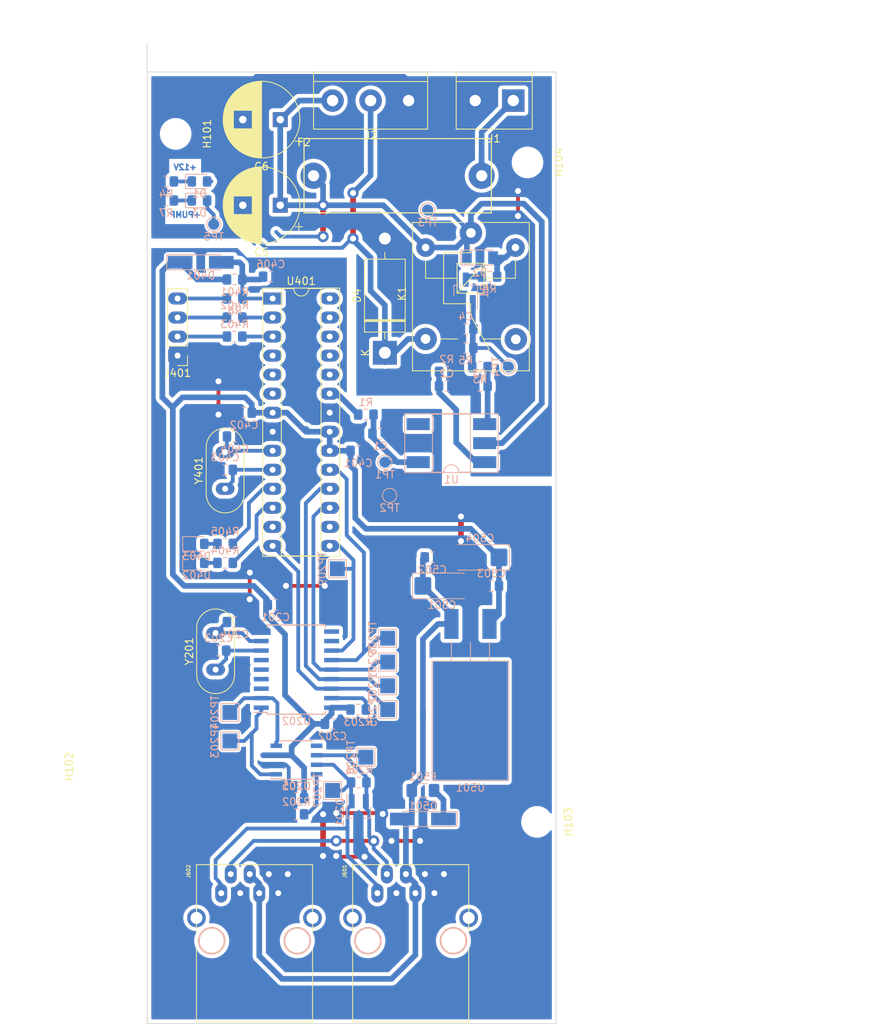
<source format=kicad_pcb>
(kicad_pcb (version 20171130) (host pcbnew 5.1.6)
  (layers (0 F.Cu jumper) (31 B.Cu signal) (34 B.Paste user) (35 F.Paste user) (36 B.SilkS user) (37 F.SilkS user) (38 B.Mask user) (39 F.Mask user) (44 Edge.Cuts user))
  (net 0 "")
  (net 1 GND)
  (net 2 +5V)
  (net 3 /MCU/RESET)
  (net 4 "Net-(C203-Pad1)")
  (net 5 "Net-(C204-Pad1)")
  (net 6 "Net-(C403-Pad1)")
  (net 7 "Net-(C404-Pad1)")
  (net 8 "/POWER SUPPLY/+18V_OUT")
  (net 9 /MCU/LED2)
  (net 10 /MCU/LED1)
  (net 11 "Net-(D501-Pad1)")
  (net 12 "/POWER SUPPLY/+18V_IN")
  (net 13 "/CANBUS CONN/CAN_L")
  (net 14 "/CANBUS CONN/CAN_H")
  (net 15 "Net-(R202-Pad1)")
  (net 16 "Net-(R203-Pad2)")
  (net 17 /MCU/USART_RX)
  (net 18 "Net-(J401-Pad3)")
  (net 19 "Net-(J401-Pad2)")
  (net 20 /MCU/USART_TX)
  (net 21 /MOSI)
  (net 22 /MISO)
  (net 23 /CANBUS/TXCAN)
  (net 24 /CANBUS/RXCAN)
  (net 25 /CANBUS/CS)
  (net 26 /SCK)
  (net 27 /CANBUS/INT)
  (net 28 "Net-(U401-Pad4)")
  (net 29 "Net-(U401-Pad5)")
  (net 30 "Net-(U401-Pad6)")
  (net 31 "Net-(U401-Pad24)")
  (net 32 "Net-(U401-Pad25)")
  (net 33 "Net-(U401-Pad26)")
  (net 34 "Net-(U401-Pad13)")
  (net 35 "Net-(U201-Pad5)")
  (net 36 "Net-(U202-Pad3)")
  (net 37 "Net-(U202-Pad4)")
  (net 38 "Net-(U202-Pad5)")
  (net 39 "Net-(U202-Pad6)")
  (net 40 "Net-(U202-Pad11)")
  (net 41 "Net-(D402-Pad2)")
  (net 42 "Net-(D403-Pad2)")
  (net 43 "Net-(U401-Pad16)")
  (net 44 "Net-(U202-Pad10)")
  (net 45 /MCU/SDA)
  (net 46 /MCU/SCL)
  (net 47 "Net-(C1-Pad1)")
  (net 48 "Net-(C2-Pad2)")
  (net 49 GNDPWR)
  (net 50 "Net-(C3-Pad1)")
  (net 51 "Net-(C4-Pad1)")
  (net 52 +12V)
  (net 53 "Net-(D1-Pad1)")
  (net 54 "Net-(D2-Pad2)")
  (net 55 /pump_driver/+Pump)
  (net 56 "Net-(D3-Pad1)")
  (net 57 /filter/Vin)
  (net 58 "Net-(U1-Pad3)")
  (net 59 "Net-(Q1-Pad3)")
  (net 60 "Net-(K1-Pad4)")
  (net 61 /MCU/ON_OFF_PUMP)
  (net 62 "Net-(J401-Pad4)")
  (module Package_DIP:DIP-6_W8.89mm_SMDSocket_LongPads (layer B.Cu) (at 63.5 72.39)
    (fp_text reference U1 (at 0 4.87) (layer B.SilkS) (effects (justify mirror)))
    (fp_text value 4N25)
    (pad 6 smd rect (at 4.445 2.54) (size 3.1 1.6) (layers B.Cu B.Paste B.Mask) (net 48 "Net-(C2-Pad2)"))
    (pad 3 smd rect (at -4.445 -2.54) (size 3.1 1.6) (layers B.Cu B.Paste B.Mask) (net 58 "Net-(U1-Pad3)"))
    (pad 5 smd rect (at 4.445 0) (size 3.1 1.6) (layers B.Cu B.Paste B.Mask) (net 52 +12V))
    (pad 2 smd rect (at -4.445 0) (size 3.1 1.6) (layers B.Cu B.Paste B.Mask) (net 1 GND))
    (pad 4 smd rect (at 4.445 -2.54) (size 3.1 1.6) (layers B.Cu B.Paste B.Mask) (net 50 "Net-(C3-Pad1)"))
    (pad 1 smd rect (at -4.445 2.54) (size 3.1 1.6) (layers B.Cu B.Paste B.Mask) (net 47 "Net-(C1-Pad1)"))
  )
  (module Relay_THT:Relay_SPDT_SANYOU_SRD_Series_Form_C (layer F.Cu) (at 66.1 44.335 270)
    (fp_text reference K1 (at 8.1 9.2 90) (layer F.SilkS))
    (fp_text value "coil: 12VDC, contact: 125V/10A")
    (pad 1 thru_hole circle (at 0 0) (size 3 3) (drill 1.3) (layers *.Cu *.Mask) (net 52 +12V))
    (pad 5 thru_hole circle (at 1.95 -5.95) (size 2.5 2.5) (drill 1) (layers *.Cu *.Mask) (net 54 "Net-(D2-Pad2)"))
    (pad 4 thru_hole circle (at 14.2 -6) (size 3 3) (drill 1.3) (layers *.Cu *.Mask) (net 60 "Net-(K1-Pad4)"))
    (pad 3 thru_hole circle (at 14.15 6.05) (size 3 3) (drill 1.3) (layers *.Cu *.Mask) (net 55 /pump_driver/+Pump))
    (pad 2 thru_hole circle (at 1.95 6.05) (size 2.5 2.5) (drill 1) (layers *.Cu *.Mask) (net 52 +12V))
  )
  (module Capacitor_THT:CP_Radial_D10.0mm_P5.00mm (layer F.Cu) (at 40.64 40.64 180)
    (fp_text reference C5 (at 2.5 -6.25) (layer F.SilkS))
    (fp_text value "4700u 35V")
    (pad 1 thru_hole rect (at 0 0 180) (size 2 2) (drill 1) (layers *.Cu *.Mask) (net 52 +12V))
    (pad 2 thru_hole circle (at 5 0 180) (size 2 2) (drill 1) (layers *.Cu *.Mask) (net 49 GNDPWR))
  )
  (module Resistor_SMD:R_0805_2012Metric_Pad1.15x1.40mm_HandSolder (layer B.Cu) (at 34.544 53.086)
    (fp_text reference R8 (at 0 1.65) (layer B.SilkS) (effects (justify mirror)))
    (fp_text value 100R)
    (pad 2 smd roundrect (at 1.025 0) (size 1.15 1.4) (layers B.Cu B.Paste B.Mask) (roundrect_rratio 0.217391) (net 3 /MCU/RESET))
    (pad 1 smd roundrect (at -1.025 0) (size 1.15 1.4) (layers B.Cu B.Paste B.Mask) (roundrect_rratio 0.217391) (net 62 "Net-(J401-Pad4)"))
  )
  (module Capacitor_THT:CP_Radial_D10.0mm_P5.00mm (layer F.Cu) (at 40.64 29.21 180)
    (fp_text reference C6 (at 2.5 -6.25) (layer F.SilkS))
    (fp_text value "4700u 35V")
    (pad 1 thru_hole rect (at 0 0 180) (size 2 2) (drill 1) (layers *.Cu *.Mask) (net 52 +12V))
    (pad 2 thru_hole circle (at 5 0 180) (size 2 2) (drill 1) (layers *.Cu *.Mask) (net 49 GNDPWR))
  )
  (module Package_TO_SOT_SMD:SOT-23_Handsoldering (layer B.Cu) (at 65.405 52.07 90)
    (fp_text reference Q1 (at 0 2.5 90) (layer B.SilkS) (effects (justify mirror)))
    (fp_text value BCV27)
    (pad 3 smd rect (at 1.5 0 90) (size 1.9 0.8) (layers B.Cu B.Paste B.Mask) (net 59 "Net-(Q1-Pad3)"))
    (pad 2 smd rect (at -1.5 -0.95 90) (size 1.9 0.8) (layers B.Cu B.Paste B.Mask) (net 49 GNDPWR))
    (pad 1 smd rect (at -1.5 0.95 90) (size 1.9 0.8) (layers B.Cu B.Paste B.Mask) (net 51 "Net-(C4-Pad1)"))
  )
  (module TestPoint:TestPoint_Pad_D1.5mm (layer B.Cu) (at 31.75 43.18)
    (fp_text reference TP5 (at 0 1.648) (layer B.SilkS) (effects (justify mirror)))
    (fp_text value OUT1)
    (pad 1 smd circle (at 0 0) (size 1.5 1.5) (layers B.Cu B.Mask) (net 55 /pump_driver/+Pump))
  )
  (module TestPoint:TestPoint_Pad_D1.5mm (layer B.Cu) (at 71.12 62.23 270)
    (fp_text reference TP4 (at 0 1.648 90) (layer B.SilkS) (effects (justify mirror)))
    (fp_text value B1)
    (pad 1 smd circle (at 0 0 270) (size 1.5 1.5) (layers B.Cu B.Mask) (net 51 "Net-(C4-Pad1)"))
  )
  (module TestPoint:TestPoint_Pad_D1.5mm (layer B.Cu) (at 60.325 41.275)
    (fp_text reference TP3 (at 0 1.648) (layer B.SilkS) (effects (justify mirror)))
    (fp_text value 12V)
    (pad 1 smd circle (at 0 0) (size 1.5 1.5) (layers B.Cu B.Mask) (net 52 +12V))
  )
  (module TestPoint:TestPoint_Pad_D1.5mm (layer B.Cu) (at 55.245 79.375)
    (fp_text reference TP2 (at 0 1.648) (layer B.SilkS) (effects (justify mirror)))
    (fp_text value K1)
    (pad 1 smd circle (at 0 0) (size 1.5 1.5) (layers B.Cu B.Mask) (net 1 GND))
  )
  (module TestPoint:TestPoint_Pad_D1.5mm (layer B.Cu) (at 54.61 74.93)
    (fp_text reference TP1 (at 0 1.648) (layer B.SilkS) (effects (justify mirror)))
    (fp_text value A1)
    (pad 1 smd circle (at 0 0) (size 1.5 1.5) (layers B.Cu B.Mask) (net 47 "Net-(C1-Pad1)"))
  )
  (module Resistor_SMD:R_0805_2012Metric_Pad1.15x1.40mm_HandSolder (layer B.Cu) (at 25.4 40.005)
    (fp_text reference R7 (at 0 1.65) (layer B.SilkS) (effects (justify mirror)))
    (fp_text value 1k)
    (pad 2 smd roundrect (at 1.025 0) (size 1.15 1.4) (layers B.Cu B.Paste B.Mask) (roundrect_rratio 0.217391) (net 56 "Net-(D3-Pad1)"))
    (pad 1 smd roundrect (at -1.025 0) (size 1.15 1.4) (layers B.Cu B.Paste B.Mask) (roundrect_rratio 0.217391) (net 49 GNDPWR))
  )
  (module Resistor_SMD:R_0805_2012Metric_Pad1.15x1.40mm_HandSolder (layer B.Cu) (at 68.58 50.165)
    (fp_text reference R6 (at 0 1.65) (layer B.SilkS) (effects (justify mirror)))
    (fp_text value 120R)
    (pad 2 smd roundrect (at 1.025 0) (size 1.15 1.4) (layers B.Cu B.Paste B.Mask) (roundrect_rratio 0.217391) (net 54 "Net-(D2-Pad2)"))
    (pad 1 smd roundrect (at -1.025 0) (size 1.15 1.4) (layers B.Cu B.Paste B.Mask) (roundrect_rratio 0.217391) (net 59 "Net-(Q1-Pad3)"))
  )
  (module Resistor_SMD:R_0805_2012Metric_Pad1.15x1.40mm_HandSolder (layer B.Cu) (at 65.405 59.69)
    (fp_text reference R5 (at 0 1.65) (layer B.SilkS) (effects (justify mirror)))
    (fp_text value 10k)
    (pad 2 smd roundrect (at 1.025 0) (size 1.15 1.4) (layers B.Cu B.Paste B.Mask) (roundrect_rratio 0.217391) (net 51 "Net-(C4-Pad1)"))
    (pad 1 smd roundrect (at -1.025 0) (size 1.15 1.4) (layers B.Cu B.Paste B.Mask) (roundrect_rratio 0.217391) (net 49 GNDPWR))
  )
  (module Resistor_SMD:R_0805_2012Metric_Pad1.15x1.40mm_HandSolder (layer B.Cu) (at 25.4 37.465)
    (fp_text reference R4 (at 0 1.65) (layer B.SilkS) (effects (justify mirror)))
    (fp_text value 1k)
    (pad 2 smd roundrect (at 1.025 0) (size 1.15 1.4) (layers B.Cu B.Paste B.Mask) (roundrect_rratio 0.217391) (net 53 "Net-(D1-Pad1)"))
    (pad 1 smd roundrect (at -1.025 0) (size 1.15 1.4) (layers B.Cu B.Paste B.Mask) (roundrect_rratio 0.217391) (net 49 GNDPWR))
  )
  (module Resistor_SMD:R_0805_2012Metric_Pad1.15x1.40mm_HandSolder (layer B.Cu) (at 67.31 62.23)
    (fp_text reference R3 (at 0 1.65) (layer B.SilkS) (effects (justify mirror)))
    (fp_text value 1k2)
    (pad 2 smd roundrect (at 1.025 0) (size 1.15 1.4) (layers B.Cu B.Paste B.Mask) (roundrect_rratio 0.217391) (net 50 "Net-(C3-Pad1)"))
    (pad 1 smd roundrect (at -1.025 0) (size 1.15 1.4) (layers B.Cu B.Paste B.Mask) (roundrect_rratio 0.217391) (net 51 "Net-(C4-Pad1)"))
  )
  (module Resistor_SMD:R_0805_2012Metric_Pad1.15x1.40mm_HandSolder (layer B.Cu) (at 62.865 62.865 180)
    (fp_text reference R2 (at 0 1.65) (layer B.SilkS) (effects (justify mirror)))
    (fp_text value NC)
    (pad 2 smd roundrect (at 1.025 0 180) (size 1.15 1.4) (layers B.Cu B.Paste B.Mask) (roundrect_rratio 0.217391) (net 48 "Net-(C2-Pad2)"))
    (pad 1 smd roundrect (at -1.025 0 180) (size 1.15 1.4) (layers B.Cu B.Paste B.Mask) (roundrect_rratio 0.217391) (net 49 GNDPWR))
  )
  (module Resistor_SMD:R_0805_2012Metric_Pad1.15x1.40mm_HandSolder (layer B.Cu) (at 52.07 68.58 180)
    (fp_text reference R1 (at 0 1.65) (layer B.SilkS) (effects (justify mirror)))
    (fp_text value 330R)
    (pad 2 smd roundrect (at 1.025 0 180) (size 1.15 1.4) (layers B.Cu B.Paste B.Mask) (roundrect_rratio 0.217391) (net 61 /MCU/ON_OFF_PUMP))
    (pad 1 smd roundrect (at -1.025 0 180) (size 1.15 1.4) (layers B.Cu B.Paste B.Mask) (roundrect_rratio 0.217391) (net 47 "Net-(C1-Pad1)"))
  )
  (module TerminalBlock:TerminalBlock_bornier-3_P5.08mm (layer F.Cu) (at 57.785 26.67 180)
    (fp_text reference J2 (at 5.05 -4.65) (layer F.SilkS))
    (fp_text value Screw_Terminal_01x03)
    (pad 1 thru_hole rect (at 0 0 180) (size 3 3) (drill 1.52) (layers *.Cu *.Mask) (net 49 GNDPWR))
    (pad 2 thru_hole circle (at 5.08 0 180) (size 3 3) (drill 1.52) (layers *.Cu *.Mask) (net 55 /pump_driver/+Pump))
    (pad 3 thru_hole circle (at 10.16 0 180) (size 3 3) (drill 1.52) (layers *.Cu *.Mask) (net 52 +12V))
  )
  (module TerminalBlock:TerminalBlock_bornier-2_P5.08mm (layer F.Cu) (at 71.755 26.67 180)
    (fp_text reference J1 (at 2.54 -5.08) (layer F.SilkS))
    (fp_text value Screw_Terminal_01x02)
    (pad 1 thru_hole rect (at 0 0 180) (size 3 3) (drill 1.52) (layers *.Cu *.Mask) (net 57 /filter/Vin))
    (pad 2 thru_hole circle (at 5.08 0 180) (size 3 3) (drill 1.52) (layers *.Cu *.Mask) (net 49 GNDPWR))
  )
  (module KicadZeniteSolarLibrary18:Fuse_Holder_5x20 (layer F.Cu) (at 43.815 31.75)
    (fp_text reference F2 (at 0 0.5) (layer F.SilkS))
    (fp_text value 10A)
    (pad 2 thru_hole circle (at 23.7236 4.953) (size 3.5 3.5) (drill 1.5) (layers *.Cu *.Mask) (net 57 /filter/Vin))
    (pad 1 thru_hole circle (at 1.27 4.953) (size 3.5 3.5) (drill 1.5) (layers *.Cu *.Mask) (net 52 +12V))
  )
  (module Diode_THT:D_DO-201AD_P15.24mm_Horizontal (layer F.Cu) (at 54.61 60.325 90)
    (fp_text reference D4 (at 7.62 -3.72 90) (layer F.SilkS))
    (fp_text value MUR460)
    (fp_text user K (at 0 -2.6 90) (layer F.SilkS))
    (pad 2 thru_hole oval (at 15.24 0 90) (size 3.2 3.2) (drill 1.6) (layers *.Cu *.Mask) (net 49 GNDPWR))
    (pad 1 thru_hole rect (at 0 0 90) (size 3.2 3.2) (drill 1.6) (layers *.Cu *.Mask) (net 55 /pump_driver/+Pump))
  )
  (module LED_SMD:LED_0805_2012Metric_Pad1.15x1.40mm_HandSolder (layer B.Cu) (at 29.845 40.005)
    (fp_text reference D3 (at 0 1.65) (layer B.SilkS) (effects (justify mirror)))
    (fp_text value R3mm)
    (pad 2 smd roundrect (at 1.025 0) (size 1.15 1.4) (layers B.Cu B.Paste B.Mask) (roundrect_rratio 0.217391) (net 55 /pump_driver/+Pump))
    (pad 1 smd roundrect (at -1.025 0) (size 1.15 1.4) (layers B.Cu B.Paste B.Mask) (roundrect_rratio 0.217391) (net 56 "Net-(D3-Pad1)"))
  )
  (module Diode_SMD:D_MiniMELF (layer B.Cu) (at 67.31 47.625)
    (fp_text reference D2 (at 0 2) (layer B.SilkS) (effects (justify mirror)))
    (fp_text value LL4148)
    (pad 2 smd rect (at 1.75 0) (size 1.3 1.7) (layers B.Cu B.Paste B.Mask) (net 54 "Net-(D2-Pad2)"))
    (pad 1 smd rect (at -1.75 0) (size 1.3 1.7) (layers B.Cu B.Paste B.Mask) (net 52 +12V))
  )
  (module LED_SMD:LED_0805_2012Metric_Pad1.15x1.40mm_HandSolder (layer B.Cu) (at 29.845 37.465)
    (fp_text reference D1 (at 0 1.65) (layer B.SilkS) (effects (justify mirror)))
    (fp_text value G3mm)
    (pad 2 smd roundrect (at 1.025 0) (size 1.15 1.4) (layers B.Cu B.Paste B.Mask) (roundrect_rratio 0.217391) (net 52 +12V))
    (pad 1 smd roundrect (at -1.025 0) (size 1.15 1.4) (layers B.Cu B.Paste B.Mask) (roundrect_rratio 0.217391) (net 53 "Net-(D1-Pad1)"))
  )
  (module Capacitor_SMD:C_0805_2012Metric_Pad1.15x1.40mm_HandSolder (layer B.Cu) (at 65.405 57.15 180)
    (fp_text reference C4 (at 0 1.65) (layer B.SilkS) (effects (justify mirror)))
    (fp_text value 100n)
    (pad 2 smd roundrect (at 1.025 0 180) (size 1.15 1.4) (layers B.Cu B.Paste B.Mask) (roundrect_rratio 0.217391) (net 49 GNDPWR))
    (pad 1 smd roundrect (at -1.025 0 180) (size 1.15 1.4) (layers B.Cu B.Paste B.Mask) (roundrect_rratio 0.217391) (net 51 "Net-(C4-Pad1)"))
  )
  (module Capacitor_SMD:C_0805_2012Metric_Pad1.15x1.40mm_HandSolder (layer B.Cu) (at 67.31 64.77 180)
    (fp_text reference C3 (at 0 1.65) (layer B.SilkS) (effects (justify mirror)))
    (fp_text value 100n)
    (pad 2 smd roundrect (at 1.025 0 180) (size 1.15 1.4) (layers B.Cu B.Paste B.Mask) (roundrect_rratio 0.217391) (net 49 GNDPWR))
    (pad 1 smd roundrect (at -1.025 0 180) (size 1.15 1.4) (layers B.Cu B.Paste B.Mask) (roundrect_rratio 0.217391) (net 50 "Net-(C3-Pad1)"))
  )
  (module Capacitor_SMD:C_0805_2012Metric_Pad1.15x1.40mm_HandSolder (layer B.Cu) (at 62.865 64.77 180)
    (fp_text reference C2 (at 0 1.65) (layer B.SilkS) (effects (justify mirror)))
    (fp_text value 1n)
    (pad 2 smd roundrect (at 1.025 0 180) (size 1.15 1.4) (layers B.Cu B.Paste B.Mask) (roundrect_rratio 0.217391) (net 48 "Net-(C2-Pad2)"))
    (pad 1 smd roundrect (at -1.025 0 180) (size 1.15 1.4) (layers B.Cu B.Paste B.Mask) (roundrect_rratio 0.217391) (net 49 GNDPWR))
  )
  (module Capacitor_SMD:C_0805_2012Metric_Pad1.15x1.40mm_HandSolder (layer B.Cu) (at 53.975 71.12)
    (fp_text reference C1 (at 0 1.65) (layer B.SilkS) (effects (justify mirror)))
    (fp_text value 100n)
    (pad 2 smd roundrect (at 1.025 0) (size 1.15 1.4) (layers B.Cu B.Paste B.Mask) (roundrect_rratio 0.217391) (net 1 GND))
    (pad 1 smd roundrect (at -1.025 0) (size 1.15 1.4) (layers B.Cu B.Paste B.Mask) (roundrect_rratio 0.217391) (net 47 "Net-(C1-Pad1)"))
  )
  (module Capacitor_Tantalum_SMD:CP_EIA-6032-20_AVX-F_Pad2.25x2.35mm_HandSolder (layer B.Cu) (at 62.23 91.44)
    (fp_text reference C501 (at 0 2.55 180) (layer B.SilkS) (effects (justify mirror)))
    (fp_text value 1uF)
    (pad 1 smd roundrect (at -2.55 0) (size 2.25 2.35) (layers B.Cu B.Paste B.Mask) (roundrect_rratio 0.111111) (net 8 "/POWER SUPPLY/+18V_OUT"))
    (pad 2 smd roundrect (at 2.55 0) (size 2.25 2.35) (layers B.Cu B.Paste B.Mask) (roundrect_rratio 0.111111) (net 1 GND))
  )
  (module Capacitor_Tantalum_SMD:CP_EIA-6032-20_AVX-F_Pad2.25x2.35mm_HandSolder (layer B.Cu) (at 67.31 87.63 180)
    (fp_text reference C504 (at 0 2.55) (layer B.SilkS) (effects (justify mirror)))
    (fp_text value 1uF)
    (pad 2 smd roundrect (at 2.55 0 180) (size 2.25 2.35) (layers B.Cu B.Paste B.Mask) (roundrect_rratio 0.111111) (net 1 GND))
    (pad 1 smd roundrect (at -2.55 0 180) (size 2.25 2.35) (layers B.Cu B.Paste B.Mask) (roundrect_rratio 0.111111) (net 2 +5V))
  )
  (module KicadZeniteSolarLibrary18:TO-220-3_Horizontal_TabDown_SMD (layer B.Cu) (at 63.5 97.79)
    (fp_text reference U501 (at 2.54 20.58 180) (layer B.SilkS) (effects (justify mirror)))
    (fp_text value LM7805)
    (pad "" smd rect (at 2.54 11.684) (size 10 16) (layers B.Cu B.Paste B.Mask))
    (pad 1 smd rect (at 0 -1.27) (size 1.905 4) (layers B.Cu B.Paste B.Mask) (net 8 "/POWER SUPPLY/+18V_OUT"))
    (pad 2 smd rect (at 2.54 -1.27) (size 1.905 4) (layers B.Cu B.Paste B.Mask) (net 1 GND))
    (pad 3 smd rect (at 5.08 -1.27) (size 1.905 4) (layers B.Cu B.Paste B.Mask) (net 2 +5V))
  )
  (module Package_TO_SOT_SMD:SOT-23_Handsoldering (layer B.Cu) (at 51.12 121.675 270)
    (fp_text reference D201 (at 0 2.5 270) (layer B.SilkS) (effects (justify mirror)))
    (fp_text value pesd1can)
    (pad 3 smd rect (at 1.5 0 270) (size 1.9 0.8) (layers B.Cu B.Paste B.Mask) (net 1 GND))
    (pad 2 smd rect (at -1.5 -0.95 270) (size 1.9 0.8) (layers B.Cu B.Paste B.Mask) (net 13 "/CANBUS CONN/CAN_L"))
    (pad 1 smd rect (at -1.5 0.95 270) (size 1.9 0.8) (layers B.Cu B.Paste B.Mask) (net 14 "/CANBUS CONN/CAN_H"))
  )
  (module Package_DIP:DIP-28_W7.62mm_Socket (layer F.Cu) (at 39.624 53.086)
    (fp_text reference U401 (at 3.81 -2.33) (layer F.SilkS))
    (fp_text value ATMEGA328P-PU)
    (pad 1 thru_hole rect (at 0 0) (size 2.5 1.6) (drill 0.8) (layers *.Cu *.Mask) (net 3 /MCU/RESET))
    (pad 15 thru_hole oval (at 7.62 33.02) (size 2.5 1.6) (drill 0.8) (layers *.Cu *.Mask) (net 27 /CANBUS/INT))
    (pad 2 thru_hole oval (at 0 2.54) (size 2.5 1.6) (drill 0.8) (layers *.Cu *.Mask) (net 17 /MCU/USART_RX))
    (pad 16 thru_hole oval (at 7.62 30.48) (size 2.5 1.6) (drill 0.8) (layers *.Cu *.Mask) (net 43 "Net-(U401-Pad16)"))
    (pad 3 thru_hole oval (at 0 5.08) (size 2.5 1.6) (drill 0.8) (layers *.Cu *.Mask) (net 20 /MCU/USART_TX))
    (pad 17 thru_hole oval (at 7.62 27.94) (size 2.5 1.6) (drill 0.8) (layers *.Cu *.Mask) (net 21 /MOSI))
    (pad 4 thru_hole oval (at 0 7.62) (size 2.5 1.6) (drill 0.8) (layers *.Cu *.Mask) (net 28 "Net-(U401-Pad4)"))
    (pad 18 thru_hole oval (at 7.62 25.4) (size 2.5 1.6) (drill 0.8) (layers *.Cu *.Mask) (net 22 /MISO))
    (pad 5 thru_hole oval (at 0 10.16) (size 2.5 1.6) (drill 0.8) (layers *.Cu *.Mask) (net 29 "Net-(U401-Pad5)"))
    (pad 19 thru_hole oval (at 7.62 22.86) (size 2.5 1.6) (drill 0.8) (layers *.Cu *.Mask) (net 26 /SCK))
    (pad 6 thru_hole oval (at 0 12.7) (size 2.5 1.6) (drill 0.8) (layers *.Cu *.Mask) (net 30 "Net-(U401-Pad6)"))
    (pad 20 thru_hole oval (at 7.62 20.32) (size 2.5 1.6) (drill 0.8) (layers *.Cu *.Mask) (net 2 +5V))
    (pad 7 thru_hole oval (at 0 15.24) (size 2.5 1.6) (drill 0.8) (layers *.Cu *.Mask) (net 2 +5V))
    (pad 21 thru_hole oval (at 7.62 17.78) (size 2.5 1.6) (drill 0.8) (layers *.Cu *.Mask) (net 2 +5V))
    (pad 8 thru_hole oval (at 0 17.78) (size 2.5 1.6) (drill 0.8) (layers *.Cu *.Mask) (net 1 GND))
    (pad 22 thru_hole oval (at 7.62 15.24) (size 2.5 1.6) (drill 0.8) (layers *.Cu *.Mask) (net 1 GND))
    (pad 9 thru_hole oval (at 0 20.32) (size 2.5 1.6) (drill 0.8) (layers *.Cu *.Mask) (net 7 "Net-(C404-Pad1)"))
    (pad 23 thru_hole oval (at 7.62 12.7) (size 2.5 1.6) (drill 0.8) (layers *.Cu *.Mask) (net 61 /MCU/ON_OFF_PUMP))
    (pad 10 thru_hole oval (at 0 22.86) (size 2.5 1.6) (drill 0.8) (layers *.Cu *.Mask) (net 6 "Net-(C403-Pad1)"))
    (pad 24 thru_hole oval (at 7.62 10.16) (size 2.5 1.6) (drill 0.8) (layers *.Cu *.Mask) (net 31 "Net-(U401-Pad24)"))
    (pad 11 thru_hole oval (at 0 25.4) (size 2.5 1.6) (drill 0.8) (layers *.Cu *.Mask) (net 10 /MCU/LED1))
    (pad 25 thru_hole oval (at 7.62 7.62) (size 2.5 1.6) (drill 0.8) (layers *.Cu *.Mask) (net 32 "Net-(U401-Pad25)"))
    (pad 12 thru_hole oval (at 0 27.94) (size 2.5 1.6) (drill 0.8) (layers *.Cu *.Mask) (net 9 /MCU/LED2))
    (pad 26 thru_hole oval (at 7.62 5.08) (size 2.5 1.6) (drill 0.8) (layers *.Cu *.Mask) (net 33 "Net-(U401-Pad26)"))
    (pad 13 thru_hole oval (at 0 30.48) (size 2.5 1.6) (drill 0.8) (layers *.Cu *.Mask) (net 34 "Net-(U401-Pad13)"))
    (pad 27 thru_hole oval (at 7.62 2.54) (size 2.5 1.6) (drill 0.8) (layers *.Cu *.Mask) (net 45 /MCU/SDA))
    (pad 14 thru_hole oval (at 0 33.02) (size 2.5 1.6) (drill 0.8) (layers *.Cu *.Mask) (net 25 /CANBUS/CS))
    (pad 28 thru_hole oval (at 7.62 0) (size 2.5 1.6) (drill 0.8) (layers *.Cu *.Mask) (net 46 /MCU/SCL))
  )
  (module Fuse:Fuse_1206_3216Metric_Pad1.42x1.75mm_HandSolder (layer B.Cu) (at 59.69 118.745 180)
    (fp_text reference F501 (at 0 1.82) (layer B.SilkS) (effects (justify mirror)))
    (fp_text value 500mA)
    (pad 1 smd roundrect (at -1.4875 0 180) (size 1.425 1.75) (layers B.Cu B.Paste B.Mask) (roundrect_rratio 0.175439) (net 11 "Net-(D501-Pad1)"))
    (pad 2 smd roundrect (at 1.4875 0 180) (size 1.425 1.75) (layers B.Cu B.Paste B.Mask) (roundrect_rratio 0.175439) (net 8 "/POWER SUPPLY/+18V_OUT"))
  )
  (module KicadZeniteSolarLibrary18:RJ45_YH59_01 (layer F.Cu) (at 53.604 132.453)
    (fp_text reference J601 (at -4.364296 -2.909696 -90) (layer F.SilkS) (effects (font (size 0.5 0.5) (thickness 0.1))))
    (fp_text value RJ45)
    (pad "" np_thru_hole circle (at 10.165 6.346) (size 3.65 3.65) (drill 3.2) (layers *.Cu *.SilkS *.Mask))
    (pad "" np_thru_hole circle (at -1.265 6.346) (size 3.65 3.65) (drill 3.2) (layers *.Cu *.SilkS *.Mask))
    (pad 1 thru_hole oval (at 0.005 -0.004) (size 1.6 2.5) (drill 0.8) (layers *.Cu *.Mask) (net 14 "/CANBUS CONN/CAN_H"))
    (pad 2 thru_hole oval (at 1.275 -2.544) (size 1.6 2.5) (drill 0.8) (layers *.Cu *.Mask) (net 13 "/CANBUS CONN/CAN_L"))
    (pad 3 thru_hole oval (at 2.545 -0.004) (size 1.6 2.5) (drill 0.8) (layers *.Cu *.Mask) (net 1 GND))
    (pad 4 thru_hole oval (at 3.815 -2.544) (size 1.6 2.5) (drill 0.8) (layers *.Cu *.Mask) (net 12 "/POWER SUPPLY/+18V_IN"))
    (pad 5 thru_hole oval (at 5.085 -0.004) (size 1.6 2.5) (drill 0.8) (layers *.Cu *.Mask) (net 12 "/POWER SUPPLY/+18V_IN"))
    (pad 6 thru_hole oval (at 6.355 -2.544) (size 1.6 2.5) (drill 0.8) (layers *.Cu *.Mask) (net 1 GND))
    (pad 7 thru_hole oval (at 7.625 -0.004) (size 1.6 2.5) (drill 0.8) (layers *.Cu *.Mask) (net 1 GND))
    (pad 8 thru_hole oval (at 8.895 -2.544) (size 1.6 2.5) (drill 0.8) (layers *.Cu *.Mask) (net 1 GND))
    (pad 9 thru_hole circle (at -3.3 3.296) (size 2.5 2.5) (drill 1.6) (layers *.Cu *.Mask))
    (pad 9 thru_hole circle (at 12.2 3.296) (size 2.5 2.5) (drill 1.6) (layers *.Cu *.Mask))
  )
  (module KicadZeniteSolarLibrary18:RJ45_YH59_01 (layer F.Cu) (at 32.749 132.457)
    (fp_text reference J602 (at -4.364296 -2.909696 -90) (layer F.SilkS) (effects (font (size 0.5 0.5) (thickness 0.1))))
    (fp_text value RJ45)
    (pad "" np_thru_hole circle (at 10.165 6.346) (size 3.65 3.65) (drill 3.2) (layers *.Cu *.SilkS *.Mask))
    (pad "" np_thru_hole circle (at -1.265 6.346) (size 3.65 3.65) (drill 3.2) (layers *.Cu *.SilkS *.Mask))
    (pad 1 thru_hole oval (at 0.005 -0.004) (size 1.6 2.5) (drill 0.8) (layers *.Cu *.Mask) (net 14 "/CANBUS CONN/CAN_H"))
    (pad 2 thru_hole oval (at 1.275 -2.544) (size 1.6 2.5) (drill 0.8) (layers *.Cu *.Mask) (net 13 "/CANBUS CONN/CAN_L"))
    (pad 3 thru_hole oval (at 2.545 -0.004) (size 1.6 2.5) (drill 0.8) (layers *.Cu *.Mask) (net 1 GND))
    (pad 4 thru_hole oval (at 3.815 -2.544) (size 1.6 2.5) (drill 0.8) (layers *.Cu *.Mask) (net 12 "/POWER SUPPLY/+18V_IN"))
    (pad 5 thru_hole oval (at 5.085 -0.004) (size 1.6 2.5) (drill 0.8) (layers *.Cu *.Mask) (net 12 "/POWER SUPPLY/+18V_IN"))
    (pad 6 thru_hole oval (at 6.355 -2.544) (size 1.6 2.5) (drill 0.8) (layers *.Cu *.Mask) (net 1 GND))
    (pad 7 thru_hole oval (at 7.625 -0.004) (size 1.6 2.5) (drill 0.8) (layers *.Cu *.Mask) (net 1 GND))
    (pad 8 thru_hole oval (at 8.895 -2.544) (size 1.6 2.5) (drill 0.8) (layers *.Cu *.Mask) (net 1 GND))
    (pad 9 thru_hole circle (at -3.3 3.296) (size 2.5 2.5) (drill 1.6) (layers *.Cu *.Mask))
    (pad 9 thru_hole circle (at 12.2 3.296) (size 2.5 2.5) (drill 1.6) (layers *.Cu *.Mask))
  )
  (module Capacitor_SMD:C_0805_2012Metric_Pad1.15x1.40mm_HandSolder (layer B.Cu) (at 40.005 93.98)
    (fp_text reference C201 (at 0 1.65) (layer B.SilkS) (effects (justify mirror)))
    (fp_text value 100nF)
    (pad 1 smd roundrect (at -1.025 0) (size 1.15 1.4) (layers B.Cu B.Paste B.Mask) (roundrect_rratio 0.217391) (net 2 +5V))
    (pad 2 smd roundrect (at 1.025 0) (size 1.15 1.4) (layers B.Cu B.Paste B.Mask) (roundrect_rratio 0.217391) (net 1 GND))
  )
  (module Capacitor_SMD:C_0805_2012Metric_Pad1.15x1.40mm_HandSolder (layer B.Cu) (at 47.625 109.855)
    (fp_text reference C202 (at 0 1.65) (layer B.SilkS) (effects (justify mirror)))
    (fp_text value 100nF)
    (pad 1 smd roundrect (at -1.025 0) (size 1.15 1.4) (layers B.Cu B.Paste B.Mask) (roundrect_rratio 0.217391) (net 2 +5V))
    (pad 2 smd roundrect (at 1.025 0) (size 1.15 1.4) (layers B.Cu B.Paste B.Mask) (roundrect_rratio 0.217391) (net 1 GND))
  )
  (module Capacitor_SMD:C_0805_2012Metric_Pad1.15x1.40mm_HandSolder (layer B.Cu) (at 32.394 100.076 180)
    (fp_text reference C203 (at 0 1.65 180) (layer B.SilkS) (effects (justify mirror)))
    (fp_text value 22pF)
    (pad 1 smd roundrect (at -1.025 0 180) (size 1.15 1.4) (layers B.Cu B.Paste B.Mask) (roundrect_rratio 0.217391) (net 4 "Net-(C203-Pad1)"))
    (pad 2 smd roundrect (at 1.025 0 180) (size 1.15 1.4) (layers B.Cu B.Paste B.Mask) (roundrect_rratio 0.217391) (net 1 GND))
  )
  (module Capacitor_SMD:C_0805_2012Metric_Pad1.15x1.40mm_HandSolder (layer B.Cu) (at 34.544 96.266)
    (fp_text reference C204 (at 0 1.65) (layer B.SilkS) (effects (justify mirror)))
    (fp_text value 22pF)
    (pad 1 smd roundrect (at -1.025 0) (size 1.15 1.4) (layers B.Cu B.Paste B.Mask) (roundrect_rratio 0.217391) (net 5 "Net-(C204-Pad1)"))
    (pad 2 smd roundrect (at 1.025 0) (size 1.15 1.4) (layers B.Cu B.Paste B.Mask) (roundrect_rratio 0.217391) (net 1 GND))
  )
  (module Capacitor_SMD:C_0805_2012Metric_Pad1.15x1.40mm_HandSolder (layer B.Cu) (at 42.799 119.761 180)
    (fp_text reference C205 (at 0 1.65 180) (layer B.SilkS) (effects (justify mirror)))
    (fp_text value 100nF)
    (pad 1 smd roundrect (at -1.025 0 180) (size 1.15 1.4) (layers B.Cu B.Paste B.Mask) (roundrect_rratio 0.217391) (net 2 +5V))
    (pad 2 smd roundrect (at 1.025 0 180) (size 1.15 1.4) (layers B.Cu B.Paste B.Mask) (roundrect_rratio 0.217391) (net 1 GND))
  )
  (module Capacitor_SMD:C_0805_2012Metric_Pad1.15x1.40mm_HandSolder (layer B.Cu) (at 51.054 73.406)
    (fp_text reference C401 (at 0 1.65) (layer B.SilkS) (effects (justify mirror)))
    (fp_text value 100nF)
    (pad 1 smd roundrect (at -1.025 0) (size 1.15 1.4) (layers B.Cu B.Paste B.Mask) (roundrect_rratio 0.217391) (net 2 +5V))
    (pad 2 smd roundrect (at 1.025 0) (size 1.15 1.4) (layers B.Cu B.Paste B.Mask) (roundrect_rratio 0.217391) (net 1 GND))
  )
  (module Capacitor_SMD:C_0805_2012Metric_Pad1.15x1.40mm_HandSolder (layer B.Cu) (at 35.814 68.326)
    (fp_text reference C402 (at 0 1.65) (layer B.SilkS) (effects (justify mirror)))
    (fp_text value 100nF)
    (pad 1 smd roundrect (at -1.025 0) (size 1.15 1.4) (layers B.Cu B.Paste B.Mask) (roundrect_rratio 0.217391) (net 1 GND))
    (pad 2 smd roundrect (at 1.025 0) (size 1.15 1.4) (layers B.Cu B.Paste B.Mask) (roundrect_rratio 0.217391) (net 2 +5V))
  )
  (module Capacitor_SMD:C_0805_2012Metric_Pad1.15x1.40mm_HandSolder (layer B.Cu) (at 33.274 75.946 180)
    (fp_text reference C403 (at 0 1.65 180) (layer B.SilkS) (effects (justify mirror)))
    (fp_text value 22pF)
    (pad 1 smd roundrect (at -1.025 0 180) (size 1.15 1.4) (layers B.Cu B.Paste B.Mask) (roundrect_rratio 0.217391) (net 6 "Net-(C403-Pad1)"))
    (pad 2 smd roundrect (at 1.025 0 180) (size 1.15 1.4) (layers B.Cu B.Paste B.Mask) (roundrect_rratio 0.217391) (net 1 GND))
  )
  (module Capacitor_SMD:C_0805_2012Metric_Pad1.15x1.40mm_HandSolder (layer B.Cu) (at 34.544 71.501)
    (fp_text reference C404 (at 0 1.65) (layer B.SilkS) (effects (justify mirror)))
    (fp_text value 22pF)
    (pad 1 smd roundrect (at -1.025 0) (size 1.15 1.4) (layers B.Cu B.Paste B.Mask) (roundrect_rratio 0.217391) (net 7 "Net-(C404-Pad1)"))
    (pad 2 smd roundrect (at 1.025 0) (size 1.15 1.4) (layers B.Cu B.Paste B.Mask) (roundrect_rratio 0.217391) (net 1 GND))
  )
  (module Capacitor_SMD:C_0805_2012Metric_Pad1.15x1.40mm_HandSolder (layer B.Cu) (at 39.37 50.165 180)
    (fp_text reference C406 (at 0 1.65 180) (layer B.SilkS) (effects (justify mirror)))
    (fp_text value 100nF)
    (pad 1 smd roundrect (at -1.025 0 180) (size 1.15 1.4) (layers B.Cu B.Paste B.Mask) (roundrect_rratio 0.217391) (net 1 GND))
    (pad 2 smd roundrect (at 1.025 0 180) (size 1.15 1.4) (layers B.Cu B.Paste B.Mask) (roundrect_rratio 0.217391) (net 3 /MCU/RESET))
  )
  (module Capacitor_SMD:C_0805_2012Metric_Pad1.15x1.40mm_HandSolder (layer B.Cu) (at 60.96 87.63)
    (fp_text reference C502 (at 0 1.65 180) (layer B.SilkS) (effects (justify mirror)))
    (fp_text value 100nF)
    (pad 1 smd roundrect (at -1.025 0) (size 1.15 1.4) (layers B.Cu B.Paste B.Mask) (roundrect_rratio 0.217391) (net 8 "/POWER SUPPLY/+18V_OUT"))
    (pad 2 smd roundrect (at 1.025 0) (size 1.15 1.4) (layers B.Cu B.Paste B.Mask) (roundrect_rratio 0.217391) (net 1 GND))
  )
  (module Capacitor_SMD:C_0805_2012Metric_Pad1.15x1.40mm_HandSolder (layer B.Cu) (at 68.825 91.44 180)
    (fp_text reference C503 (at 0 1.65) (layer B.SilkS) (effects (justify mirror)))
    (fp_text value 100nF)
    (pad 1 smd roundrect (at -1.025 0 180) (size 1.15 1.4) (layers B.Cu B.Paste B.Mask) (roundrect_rratio 0.217391) (net 2 +5V))
    (pad 2 smd roundrect (at 1.025 0 180) (size 1.15 1.4) (layers B.Cu B.Paste B.Mask) (roundrect_rratio 0.217391) (net 1 GND))
  )
  (module Connector_PinHeader_2.54mm:PinHeader_1x04_P2.54mm_Vertical (layer F.Cu) (at 26.924 60.706 180)
    (fp_text reference J401 (at 0 -2.33 180) (layer F.SilkS))
    (fp_text value USART)
    (pad 1 thru_hole rect (at 0 0 180) (size 2.5 1.6) (drill 0.8) (layers *.Cu *.Mask) (net 1 GND))
    (pad 2 thru_hole oval (at 0 2.54 180) (size 2.5 1.6) (drill 0.8) (layers *.Cu *.Mask) (net 19 "Net-(J401-Pad2)"))
    (pad 3 thru_hole oval (at 0 5.08 180) (size 2.5 1.6) (drill 0.8) (layers *.Cu *.Mask) (net 18 "Net-(J401-Pad3)"))
    (pad 4 thru_hole oval (at 0 7.62 180) (size 2.5 1.6) (drill 0.8) (layers *.Cu *.Mask) (net 62 "Net-(J401-Pad4)"))
  )
  (module Crystal:Crystal_HC49-U_Vertical (layer F.Cu) (at 32.004 102.616 90)
    (fp_text reference Y201 (at 2.44 -3.525 90) (layer F.SilkS))
    (fp_text value 16MHz)
    (pad 1 thru_hole oval (at 0 0 90) (size 1.6 2.5) (drill 0.8) (layers *.Cu *.Mask) (net 4 "Net-(C203-Pad1)"))
    (pad 2 thru_hole oval (at 4.88 0 90) (size 1.6 2.5) (drill 0.8) (layers *.Cu *.Mask) (net 5 "Net-(C204-Pad1)"))
  )
  (module Crystal:Crystal_HC49-U_Vertical (layer F.Cu) (at 33.274 78.486 90)
    (fp_text reference Y401 (at 2.44 -3.525 90) (layer F.SilkS))
    (fp_text value 16MHz)
    (pad 1 thru_hole oval (at 0 0 90) (size 1.6 2.5) (drill 0.8) (layers *.Cu *.Mask) (net 6 "Net-(C403-Pad1)"))
    (pad 2 thru_hole oval (at 4.88 0 90) (size 1.6 2.5) (drill 0.8) (layers *.Cu *.Mask) (net 7 "Net-(C404-Pad1)"))
  )
  (module Diode_SMD:D_MiniMELF_Handsoldering (layer B.Cu) (at 30.016 48.26)
    (fp_text reference D401 (at 0 1.75) (layer B.SilkS) (effects (justify mirror)))
    (fp_text value LL4148)
    (pad 1 smd rect (at -2.75 0) (size 3.3 1.7) (layers B.Cu B.Paste B.Mask) (net 2 +5V))
    (pad 2 smd rect (at 2.75 0) (size 3.3 1.7) (layers B.Cu B.Paste B.Mask) (net 3 /MCU/RESET))
  )
  (module Diode_SMD:D_MiniMELF_Handsoldering (layer B.Cu) (at 59.69 122.555 180)
    (fp_text reference D501 (at 0 1.75 180) (layer B.SilkS) (effects (justify mirror)))
    (fp_text value LL4148)
    (pad 1 smd rect (at -2.75 0 180) (size 3.3 1.7) (layers B.Cu B.Paste B.Mask) (net 11 "Net-(D501-Pad1)"))
    (pad 2 smd rect (at 2.75 0 180) (size 3.3 1.7) (layers B.Cu B.Paste B.Mask) (net 12 "/POWER SUPPLY/+18V_IN"))
  )
  (module LED_SMD:LED_0805_2012Metric_Pad1.15x1.40mm_HandSolder (layer B.Cu) (at 29.464 85.831344)
    (fp_text reference D403 (at 0 1.65) (layer B.SilkS) (effects (justify mirror)))
    (fp_text value LED_RED)
    (pad 1 smd roundrect (at -1.025 0) (size 1.15 1.4) (layers B.Cu B.Paste B.Mask) (roundrect_rratio 0.217391) (net 1 GND))
    (pad 2 smd roundrect (at 1.025 0) (size 1.15 1.4) (layers B.Cu B.Paste B.Mask) (roundrect_rratio 0.217391) (net 42 "Net-(D403-Pad2)"))
  )
  (module LED_SMD:LED_0805_2012Metric_Pad1.15x1.40mm_HandSolder (layer B.Cu) (at 29.464 88.371344)
    (fp_text reference D402 (at 0 1.65) (layer B.SilkS) (effects (justify mirror)))
    (fp_text value LED_RED)
    (pad 1 smd roundrect (at -1.025 0) (size 1.15 1.4) (layers B.Cu B.Paste B.Mask) (roundrect_rratio 0.217391) (net 1 GND))
    (pad 2 smd roundrect (at 1.025 0) (size 1.15 1.4) (layers B.Cu B.Paste B.Mask) (roundrect_rratio 0.217391) (net 41 "Net-(D402-Pad2)"))
  )
  (module MountingHole:MountingHole_3.2mm_M3 (layer F.Cu) (at 73.66 34.925 270)
    (fp_text reference H104 (at 0 -4.2 270) (layer F.SilkS))
    (fp_text value MountingHole)
    (pad 1 np_thru_hole circle (at 0 0 270) (size 3.2 3.2) (drill 3.2) (layers *.Cu *.Mask))
  )
  (module MountingHole:MountingHole_3.2mm_M3 (layer F.Cu) (at 8.255 115.57 270)
    (fp_text reference H102 (at 0 -4.2 270) (layer F.SilkS))
    (fp_text value MountingHole)
    (pad 1 np_thru_hole circle (at 0 0 270) (size 3.2 3.2) (drill 3.2) (layers *.Cu *.Mask))
  )
  (module MountingHole:MountingHole_3.2mm_M3 (layer F.Cu) (at 26.67 31.115 270)
    (fp_text reference H101 (at 0 -4.2 270) (layer F.SilkS))
    (fp_text value MountingHole)
    (pad 1 np_thru_hole circle (at 0 0 270) (size 3.2 3.2) (drill 3.2) (layers *.Cu *.Mask))
  )
  (module MountingHole:MountingHole_3.2mm_M3 (layer F.Cu) (at 74.93 122.936 270)
    (fp_text reference H103 (at 0 -4.2 270) (layer F.SilkS))
    (fp_text value MountingHole)
    (pad 1 np_thru_hole circle (at 0 0 270) (size 3.2 3.2) (drill 3.2) (layers *.Cu *.Mask))
  )
  (module Package_SO:SOIC-18W_7.5x11.6mm_P1.27mm (layer B.Cu) (at 42.799 102.616)
    (fp_text reference U202 (at 0 6.875) (layer B.SilkS) (effects (justify mirror)))
    (fp_text value MCP2515-xSO)
    (pad 1 smd rect (at -4.7 5.08) (size 2 0.6) (layers B.Cu B.Paste B.Mask) (net 23 /CANBUS/TXCAN))
    (pad 2 smd rect (at -4.7 3.81) (size 2 0.6) (layers B.Cu B.Paste B.Mask) (net 24 /CANBUS/RXCAN))
    (pad 3 smd rect (at -4.7 2.54) (size 2 0.6) (layers B.Cu B.Paste B.Mask) (net 36 "Net-(U202-Pad3)"))
    (pad 4 smd rect (at -4.7 1.27) (size 2 0.6) (layers B.Cu B.Paste B.Mask) (net 37 "Net-(U202-Pad4)"))
    (pad 5 smd rect (at -4.7 0) (size 2 0.6) (layers B.Cu B.Paste B.Mask) (net 38 "Net-(U202-Pad5)"))
    (pad 6 smd rect (at -4.7 -1.27) (size 2 0.6) (layers B.Cu B.Paste B.Mask) (net 39 "Net-(U202-Pad6)"))
    (pad 7 smd rect (at -4.7 -2.54) (size 2 0.6) (layers B.Cu B.Paste B.Mask) (net 4 "Net-(C203-Pad1)"))
    (pad 8 smd rect (at -4.7 -3.81) (size 2 0.6) (layers B.Cu B.Paste B.Mask) (net 5 "Net-(C204-Pad1)"))
    (pad 9 smd rect (at -4.7 -5.08) (size 2 0.6) (layers B.Cu B.Paste B.Mask) (net 1 GND))
    (pad 10 smd rect (at 4.7 -5.08) (size 2 0.6) (layers B.Cu B.Paste B.Mask) (net 44 "Net-(U202-Pad10)"))
    (pad 11 smd rect (at 4.7 -3.81) (size 2 0.6) (layers B.Cu B.Paste B.Mask) (net 40 "Net-(U202-Pad11)"))
    (pad 12 smd rect (at 4.7 -2.54) (size 2 0.6) (layers B.Cu B.Paste B.Mask) (net 27 /CANBUS/INT))
    (pad 13 smd rect (at 4.7 -1.27) (size 2 0.6) (layers B.Cu B.Paste B.Mask) (net 26 /SCK))
    (pad 14 smd rect (at 4.7 0) (size 2 0.6) (layers B.Cu B.Paste B.Mask) (net 21 /MOSI))
    (pad 15 smd rect (at 4.7 1.27) (size 2 0.6) (layers B.Cu B.Paste B.Mask) (net 22 /MISO))
    (pad 16 smd rect (at 4.7 2.54) (size 2 0.6) (layers B.Cu B.Paste B.Mask) (net 25 /CANBUS/CS))
    (pad 17 smd rect (at 4.7 3.81) (size 2 0.6) (layers B.Cu B.Paste B.Mask) (net 16 "Net-(R203-Pad2)"))
    (pad 18 smd rect (at 4.7 5.08) (size 2 0.6) (layers B.Cu B.Paste B.Mask) (net 2 +5V))
  )
  (module Package_SO:SOIC-8_3.9x4.9mm_P1.27mm (layer B.Cu) (at 42.799 114.681)
    (fp_text reference U201 (at 0 3.5) (layer B.SilkS) (effects (justify mirror)))
    (fp_text value MCP2551-I/SN)
    (pad 1 smd rect (at -2.7 1.905) (size 1.55 0.6) (layers B.Cu B.Paste B.Mask) (net 23 /CANBUS/TXCAN))
    (pad 2 smd rect (at -2.7 0.635) (size 1.55 0.6) (layers B.Cu B.Paste B.Mask) (net 1 GND))
    (pad 3 smd rect (at -2.7 -0.635) (size 1.55 0.6) (layers B.Cu B.Paste B.Mask) (net 2 +5V))
    (pad 4 smd rect (at -2.7 -1.905) (size 1.55 0.6) (layers B.Cu B.Paste B.Mask) (net 24 /CANBUS/RXCAN))
    (pad 5 smd rect (at 2.7 -1.905) (size 1.55 0.6) (layers B.Cu B.Paste B.Mask) (net 35 "Net-(U201-Pad5)"))
    (pad 6 smd rect (at 2.7 -0.635) (size 1.55 0.6) (layers B.Cu B.Paste B.Mask) (net 13 "/CANBUS CONN/CAN_L"))
    (pad 7 smd rect (at 2.7 0.635) (size 1.55 0.6) (layers B.Cu B.Paste B.Mask) (net 14 "/CANBUS CONN/CAN_H"))
    (pad 8 smd rect (at 2.7 1.905) (size 1.55 0.6) (layers B.Cu B.Paste B.Mask) (net 15 "Net-(R202-Pad1)"))
  )
  (module Resistor_SMD:R_0805_2012Metric_Pad1.15x1.40mm_HandSolder (layer B.Cu) (at 51.045 107.95)
    (fp_text reference R203 (at 0 1.65) (layer B.SilkS) (effects (justify mirror)))
    (fp_text value 10k)
    (pad 1 smd roundrect (at -1.025 0) (size 1.15 1.4) (layers B.Cu B.Paste B.Mask) (roundrect_rratio 0.217391) (net 2 +5V))
    (pad 2 smd roundrect (at 1.025 0) (size 1.15 1.4) (layers B.Cu B.Paste B.Mask) (roundrect_rratio 0.217391) (net 16 "Net-(R203-Pad2)"))
  )
  (module Resistor_SMD:R_0805_2012Metric_Pad1.15x1.40mm_HandSolder (layer B.Cu) (at 42.799 121.92 180)
    (fp_text reference R202 (at 0 1.65 180) (layer B.SilkS) (effects (justify mirror)))
    (fp_text value 4k7)
    (pad 1 smd roundrect (at -1.025 0 180) (size 1.15 1.4) (layers B.Cu B.Paste B.Mask) (roundrect_rratio 0.217391) (net 15 "Net-(R202-Pad1)"))
    (pad 2 smd roundrect (at 1.025 0 180) (size 1.15 1.4) (layers B.Cu B.Paste B.Mask) (roundrect_rratio 0.217391) (net 1 GND))
  )
  (module Resistor_SMD:R_0805_2012Metric_Pad1.15x1.40mm_HandSolder (layer B.Cu) (at 51.12 117.675 180)
    (fp_text reference R201 (at 0 1.65 180) (layer B.SilkS) (effects (justify mirror)))
    (fp_text value 120)
    (pad 1 smd roundrect (at -1.025 0 180) (size 1.15 1.4) (layers B.Cu B.Paste B.Mask) (roundrect_rratio 0.217391) (net 13 "/CANBUS CONN/CAN_L"))
    (pad 2 smd roundrect (at 1.025 0 180) (size 1.15 1.4) (layers B.Cu B.Paste B.Mask) (roundrect_rratio 0.217391) (net 14 "/CANBUS CONN/CAN_H"))
  )
  (module Resistor_SMD:R_0805_2012Metric_Pad1.15x1.40mm_HandSolder (layer B.Cu) (at 33.274 85.831344 180)
    (fp_text reference R405 (at 0 1.65 180) (layer B.SilkS) (effects (justify mirror)))
    (fp_text value 1k)
    (pad 1 smd roundrect (at -1.025 0 180) (size 1.15 1.4) (layers B.Cu B.Paste B.Mask) (roundrect_rratio 0.217391) (net 10 /MCU/LED1))
    (pad 2 smd roundrect (at 1.025 0 180) (size 1.15 1.4) (layers B.Cu B.Paste B.Mask) (roundrect_rratio 0.217391) (net 42 "Net-(D403-Pad2)"))
  )
  (module Resistor_SMD:R_0805_2012Metric_Pad1.15x1.40mm_HandSolder (layer B.Cu) (at 34.544 50.546)
    (fp_text reference R401 (at 0 1.65) (layer B.SilkS) (effects (justify mirror)))
    (fp_text value 10k)
    (pad 1 smd roundrect (at -1.025 0) (size 1.15 1.4) (layers B.Cu B.Paste B.Mask) (roundrect_rratio 0.217391) (net 2 +5V))
    (pad 2 smd roundrect (at 1.025 0) (size 1.15 1.4) (layers B.Cu B.Paste B.Mask) (roundrect_rratio 0.217391) (net 3 /MCU/RESET))
  )
  (module Resistor_SMD:R_0805_2012Metric_Pad1.15x1.40mm_HandSolder (layer B.Cu) (at 34.544 55.626 180)
    (fp_text reference R402 (at 0 1.65 180) (layer B.SilkS) (effects (justify mirror)))
    (fp_text value 1k)
    (pad 1 smd roundrect (at -1.025 0 180) (size 1.15 1.4) (layers B.Cu B.Paste B.Mask) (roundrect_rratio 0.217391) (net 17 /MCU/USART_RX))
    (pad 2 smd roundrect (at 1.025 0 180) (size 1.15 1.4) (layers B.Cu B.Paste B.Mask) (roundrect_rratio 0.217391) (net 18 "Net-(J401-Pad3)"))
  )
  (module Resistor_SMD:R_0805_2012Metric_Pad1.15x1.40mm_HandSolder (layer B.Cu) (at 34.544 58.166 180)
    (fp_text reference R403 (at 0 1.65 180) (layer B.SilkS) (effects (justify mirror)))
    (fp_text value 1k)
    (pad 1 smd roundrect (at -1.025 0 180) (size 1.15 1.4) (layers B.Cu B.Paste B.Mask) (roundrect_rratio 0.217391) (net 20 /MCU/USART_TX))
    (pad 2 smd roundrect (at 1.025 0 180) (size 1.15 1.4) (layers B.Cu B.Paste B.Mask) (roundrect_rratio 0.217391) (net 19 "Net-(J401-Pad2)"))
  )
  (module Resistor_SMD:R_0805_2012Metric_Pad1.15x1.40mm_HandSolder (layer B.Cu) (at 33.274 88.371344 180)
    (fp_text reference R404 (at 0 1.65 180) (layer B.SilkS) (effects (justify mirror)))
    (fp_text value 1k)
    (pad 1 smd roundrect (at -1.025 0 180) (size 1.15 1.4) (layers B.Cu B.Paste B.Mask) (roundrect_rratio 0.217391) (net 9 /MCU/LED2))
    (pad 2 smd roundrect (at 1.025 0 180) (size 1.15 1.4) (layers B.Cu B.Paste B.Mask) (roundrect_rratio 0.217391) (net 41 "Net-(D402-Pad2)"))
  )
  (module TestPoint:TestPoint_Pad_2.0x2.0mm (layer B.Cu) (at 54.991 107.95 270)
    (fp_text reference TP205 (at 0 1.998 270) (layer B.SilkS) (effects (justify mirror)))
    (fp_text value SC)
    (pad 1 smd rect (at 0 0 270) (size 2 2) (layers B.Cu B.Mask) (net 25 /CANBUS/CS))
  )
  (module TestPoint:TestPoint_Pad_2.0x2.0mm (layer B.Cu) (at 54.991 98.425 270)
    (fp_text reference TP206 (at 0 1.998 270) (layer B.SilkS) (effects (justify mirror)))
    (fp_text value SCK)
    (pad 1 smd rect (at 0 0 270) (size 2 2) (layers B.Cu B.Mask) (net 26 /SCK))
  )
  (module TestPoint:TestPoint_Pad_2.0x2.0mm (layer B.Cu) (at 47.625 118.745 270)
    (fp_text reference TP207 (at 0 1.998 270) (layer B.SilkS) (effects (justify mirror)))
    (fp_text value CAN_H)
    (pad 1 smd rect (at 0 0 270) (size 2 2) (layers B.Cu B.Mask) (net 14 "/CANBUS CONN/CAN_H"))
  )
  (module TestPoint:TestPoint_Pad_2.0x2.0mm (layer B.Cu) (at 52.07 114.3 270)
    (fp_text reference TP208 (at 0 1.998 270) (layer B.SilkS) (effects (justify mirror)))
    (fp_text value CAN_L)
    (pad 1 smd rect (at 0 0 270) (size 2 2) (layers B.Cu B.Mask) (net 13 "/CANBUS CONN/CAN_L"))
  )
  (module TestPoint:TestPoint_Pad_2.0x2.0mm (layer B.Cu) (at 48.26 89.154 270)
    (fp_text reference TP209 (at 0 1.998 270) (layer B.SilkS) (effects (justify mirror)))
    (fp_text value INT)
    (pad 1 smd rect (at 0 0 270) (size 2 2) (layers B.Cu B.Mask) (net 27 /CANBUS/INT))
  )
  (module TestPoint:TestPoint_Pad_2.0x2.0mm (layer B.Cu) (at 33.909 112.141 270)
    (fp_text reference TP203 (at 0 1.998 270) (layer B.SilkS) (effects (justify mirror)))
    (fp_text value TXCAN)
    (pad 1 smd rect (at 0 0 270) (size 2 2) (layers B.Cu B.Mask) (net 23 /CANBUS/TXCAN))
  )
  (module TestPoint:TestPoint_Pad_2.0x2.0mm (layer B.Cu) (at 54.991 101.6 270)
    (fp_text reference TP201 (at 0 1.998 270) (layer B.SilkS) (effects (justify mirror)))
    (fp_text value SI)
    (pad 1 smd rect (at 0 0 270) (size 2 2) (layers B.Cu B.Mask) (net 21 /MOSI))
  )
  (module TestPoint:TestPoint_Pad_2.0x2.0mm (layer B.Cu) (at 54.991 104.775 270)
    (fp_text reference TP202 (at 0 1.998 270) (layer B.SilkS) (effects (justify mirror)))
    (fp_text value SO)
    (pad 1 smd rect (at 0 0 270) (size 2 2) (layers B.Cu B.Mask) (net 22 /MISO))
  )
  (module TestPoint:TestPoint_Pad_2.0x2.0mm (layer B.Cu) (at 33.909 108.331 270)
    (fp_text reference TP204 (at 0 1.998 270) (layer B.SilkS) (effects (justify mirror)))
    (fp_text value RXCAN)
    (pad 1 smd rect (at 0 0 270) (size 2 2) (layers B.Cu B.Mask) (net 24 /CANBUS/RXCAN))
  )
  (gr_line (start 22.86 19.05) (end 22.86 149.86) (layer Edge.Cuts) (width 0.1))
  (gr_line (start 77.47 22.86) (end 22.86 22.86) (layer Edge.Cuts) (width 0.1))
  (gr_line (start 77.47 149.86) (end 77.47 22.86) (layer Edge.Cuts) (width 0.1))
  (gr_line (start 22.86 149.86) (end 77.47 149.86) (layer Edge.Cuts) (width 0.1))
  (gr_text "+PUMP\n" (at 27.94 41.91) (layer B.Cu) (effects (font (size 0.762 0.762) (thickness 0.1905)) (justify mirror)))
  (gr_text +12V (at 27.94 35.56) (layer B.Cu) (effects (font (size 0.762 0.762) (thickness 0.1905)) (justify mirror)))
  (segment (start 31.369 71.501) (end 32.803999 70.066001) (width 0.25) (layer B.Cu) (net 1))
  (segment (start 31.369 75.066) (end 31.369 71.501) (width 0.508) (layer B.Cu) (net 1))
  (segment (start 32.249 75.946) (end 31.369 75.066) (width 0.508) (layer B.Cu) (net 1))
  (segment (start 35.569 70.311001) (end 35.814 70.066001) (width 0.508) (layer B.Cu) (net 1))
  (segment (start 35.569 71.501) (end 35.569 70.311001) (width 0.508) (layer B.Cu) (net 1))
  (via (at 59.309 125.476) (size 1.5) (drill 0.8) (layers F.Cu B.Cu) (net 1))
  (via (at 55.499 125.476) (size 1.5) (drill 0.8) (layers F.Cu B.Cu) (net 1))
  (via (at 46.355 121.92) (size 1.5) (drill 0.8) (layers F.Cu B.Cu) (net 1))
  (via (at 46.355 127.485709) (size 1.5) (drill 0.8) (layers F.Cu B.Cu) (net 1))
  (segment (start 31.369 71.501) (end 31.369 71.444798) (width 0.508) (layer B.Cu) (net 1))
  (segment (start 31.369 71.444798) (end 32.774808 70.03899) (width 0.508) (layer B.Cu) (net 1))
  (segment (start 36.167989 70.03899) (end 36.195 70.066001) (width 0.508) (layer B.Cu) (net 1))
  (segment (start 32.774808 70.03899) (end 36.167989 70.03899) (width 0.508) (layer B.Cu) (net 1))
  (segment (start 35.814 70.066001) (end 36.195 70.066001) (width 0.508) (layer B.Cu) (net 1))
  (segment (start 36.994999 70.866) (end 39.624 70.866) (width 0.508) (layer B.Cu) (net 1))
  (segment (start 36.195 70.066001) (end 36.994999 70.866) (width 0.508) (layer B.Cu) (net 1))
  (via (at 36.575994 89.662) (size 1.5) (drill 0.8) (layers F.Cu B.Cu) (net 1))
  (segment (start 41.774 121.666) (end 41.774 119.761) (width 0.508) (layer B.Cu) (net 1))
  (segment (start 41.774 119.761) (end 41.774 115.708) (width 0.508) (layer B.Cu) (net 1))
  (segment (start 41.774 115.708) (end 41.382 115.316) (width 0.508) (layer B.Cu) (net 1))
  (segment (start 55.499 125.476) (end 59.309 125.476) (width 0.508) (layer F.Cu) (net 1))
  (via (at 51.896646 127.598354) (size 1.5) (drill 0.8) (layers F.Cu B.Cu) (net 1))
  (segment (start 51.12 126.821708) (end 51.12 123.175) (width 0.508) (layer B.Cu) (net 1))
  (segment (start 51.896646 127.598354) (end 51.12 126.821708) (width 0.508) (layer B.Cu) (net 1))
  (segment (start 48.220853 127.598354) (end 48.108208 127.485709) (width 0.508) (layer F.Cu) (net 1))
  (segment (start 48.22 127.373917) (end 48.108208 127.485709) (width 0.508) (layer B.Cu) (net 1))
  (via (at 48.108208 127.485709) (size 1.5) (drill 0.8) (layers F.Cu B.Cu) (net 1))
  (segment (start 48.22 127.075) (end 48.22 127.373917) (width 0.508) (layer B.Cu) (net 1))
  (segment (start 51.896646 127.598354) (end 48.220853 127.598354) (width 0.508) (layer F.Cu) (net 1))
  (via (at 48.10799 121.762104) (size 1.5) (drill 0.8) (layers F.Cu B.Cu) (net 1))
  (via (at 54.32 121.875) (size 1.5) (drill 0.8) (layers F.Cu B.Cu) (net 1))
  (segment (start 48.10799 121.762104) (end 54.207104 121.762104) (width 0.508) (layer F.Cu) (net 1))
  (segment (start 54.207104 121.762104) (end 54.32 121.875) (width 0.508) (layer F.Cu) (net 1))
  (segment (start 36.576 89.662006) (end 36.560044 89.677962) (width 0.508) (layer F.Cu) (net 1))
  (segment (start 36.560044 89.677962) (end 36.560044 92.173296) (width 0.508) (layer F.Cu) (net 1))
  (segment (start 36.560044 92.173296) (end 36.560044 93.233956) (width 0.508) (layer F.Cu) (net 1))
  (via (at 36.560044 93.233956) (size 1.5) (drill 0.8) (layers F.Cu B.Cu) (net 1))
  (via (at 32.385 64.135) (size 1.5) (drill 0.8) (layers F.Cu B.Cu) (net 1))
  (via (at 32.385 68.58) (size 1.5) (drill 0.8) (layers F.Cu B.Cu) (net 1))
  (segment (start 32.385 64.135) (end 32.385 68.58) (width 0.508) (layer F.Cu) (net 1))
  (via (at 46.585032 91.44) (size 1.5) (drill 0.8) (layers F.Cu B.Cu) (net 1))
  (via (at 41.402002 91.44) (size 1.5) (drill 0.8) (layers F.Cu B.Cu) (net 1))
  (segment (start 46.585032 91.44) (end 41.402002 91.44) (width 0.508) (layer F.Cu) (net 1))
  (segment (start 41.021 115.316) (end 38.989 115.316) (width 0.508) (layer B.Cu) (net 1))
  (segment (start 41.021 115.316) (end 40.099 115.316) (width 0.508) (layer B.Cu) (net 1))
  (segment (start 41.382 115.316) (end 41.021 115.316) (width 0.508) (layer B.Cu) (net 1))
  (segment (start 38.989 115.316) (end 38.608 115.316) (width 0.508) (layer B.Cu) (net 1))
  (segment (start 38.608 115.316) (end 38.354 115.316) (width 0.508) (layer B.Cu) (net 1))
  (segment (start 66.04 96.52) (end 66.04 91.44) (width 0.762) (layer B.Cu) (net 1))
  (segment (start 64.78 91.44) (end 66.04 91.44) (width 0.762) (layer B.Cu) (net 1))
  (segment (start 67.8 91.44) (end 64.78 91.44) (width 0.762) (layer B.Cu) (net 1))
  (segment (start 64.76 91.42) (end 64.78 91.44) (width 0.762) (layer B.Cu) (net 1))
  (segment (start 64.76 87.63) (end 64.76 91.42) (width 0.762) (layer B.Cu) (net 1))
  (segment (start 61.985 87.63) (end 64.76 87.63) (width 0.762) (layer B.Cu) (net 1))
  (via (at 64.77 85.459) (size 1.5) (drill 0.8) (layers F.Cu B.Cu) (net 1))
  (segment (start 64.76 85.469) (end 64.77 85.459) (width 0.762) (layer B.Cu) (net 1))
  (segment (start 64.76 87.63) (end 64.76 85.469) (width 0.762) (layer B.Cu) (net 1))
  (segment (start 64.77 82.54) (end 64.411 82.181) (width 0.762) (layer F.Cu) (net 1))
  (via (at 64.77 82.181) (size 1.5) (drill 0.8) (layers F.Cu B.Cu) (net 1))
  (segment (start 64.77 85.459) (end 64.77 82.54) (width 0.762) (layer F.Cu) (net 1))
  (segment (start 64.77 82.181) (end 52.971 82.181) (width 0.762) (layer B.Cu) (net 1))
  (segment (start 52.971 82.181) (end 52.079 81.289) (width 0.762) (layer B.Cu) (net 1))
  (segment (start 56.997 72.39) (end 59.055 72.39) (width 0.508) (layer B.Cu) (net 1))
  (segment (start 52.079 77.461) (end 52.079 73.406) (width 0.762) (layer B.Cu) (net 1))
  (segment (start 52.079 81.289) (end 52.079 77.461) (width 0.762) (layer B.Cu) (net 1))
  (segment (start 55.245 79.375) (end 55.245 77.47) (width 0.508) (layer B.Cu) (net 1))
  (segment (start 55.254 77.461) (end 52.079 77.461) (width 0.508) (layer B.Cu) (net 1))
  (segment (start 55.245 77.47) (end 55.254 77.461) (width 0.508) (layer B.Cu) (net 1))
  (segment (start 47.699 68.326) (end 47.244 68.326) (width 0.508) (layer B.Cu) (net 1))
  (segment (start 52.079 72.706) (end 47.699 68.326) (width 0.508) (layer B.Cu) (net 1))
  (segment (start 52.079 73.406) (end 52.079 72.706) (width 0.508) (layer B.Cu) (net 1))
  (segment (start 56.27 72.39) (end 59.055 72.39) (width 0.762) (layer B.Cu) (net 1))
  (segment (start 55 71.12) (end 56.27 72.39) (width 0.762) (layer B.Cu) (net 1))
  (segment (start 46.355 127.485709) (end 46.355 121.92) (width 0.762) (layer F.Cu) (net 1))
  (segment (start 61.367001 73.520399) (end 61.367001 76.339601) (width 0.508) (layer B.Cu) (net 1))
  (segment (start 59.055 72.39) (end 60.236602 72.39) (width 0.508) (layer B.Cu) (net 1))
  (segment (start 60.236602 72.39) (end 61.367001 73.520399) (width 0.508) (layer B.Cu) (net 1))
  (segment (start 60.245602 77.461) (end 55.254 77.461) (width 0.508) (layer B.Cu) (net 1))
  (segment (start 61.367001 76.339601) (end 60.245602 77.461) (width 0.508) (layer B.Cu) (net 1))
  (segment (start 40.099 114.046) (end 41.529 114.046) (width 0.762) (layer B.Cu) (net 2))
  (segment (start 39.624 68.326) (end 36.839 68.326) (width 0.762) (layer B.Cu) (net 2))
  (segment (start 39.624 68.326) (end 41.529 68.326) (width 0.762) (layer B.Cu) (net 2))
  (segment (start 41.529 68.326) (end 44.069 70.866) (width 0.762) (layer B.Cu) (net 2))
  (segment (start 47.244 73.406) (end 47.244 70.866) (width 0.762) (layer B.Cu) (net 2))
  (segment (start 50.029 73.406) (end 47.244 73.406) (width 0.762) (layer B.Cu) (net 2))
  (segment (start 40.099 114.046) (end 38.536434 114.046) (width 0.762) (layer B.Cu) (net 2))
  (segment (start 38.536434 114.046) (end 38.354 114.046) (width 0.762) (layer B.Cu) (net 2))
  (segment (start 42.164 114.046) (end 41.529 114.046) (width 0.762) (layer B.Cu) (net 2))
  (segment (start 47.489 107.706) (end 47.499 107.696) (width 0.762) (layer B.Cu) (net 2))
  (segment (start 42.164 114.046) (end 42.164 112.903) (width 0.762) (layer B.Cu) (net 2))
  (segment (start 42.164 112.903) (end 45.212 109.855) (width 0.762) (layer B.Cu) (net 2))
  (segment (start 47.499 107.696) (end 50.02 107.696) (width 0.762) (layer B.Cu) (net 2))
  (segment (start 44.069 70.485) (end 44.45 70.866) (width 0.762) (layer B.Cu) (net 2))
  (segment (start 44.45 70.866) (end 47.244 70.866) (width 0.762) (layer B.Cu) (net 2))
  (segment (start 44.069 70.866) (end 44.45 70.866) (width 0.762) (layer B.Cu) (net 2))
  (segment (start 27.570999 66.282001) (end 26.289 67.564) (width 0.762) (layer B.Cu) (net 2))
  (segment (start 35.929001 66.282001) (end 27.570999 66.282001) (width 0.762) (layer B.Cu) (net 2))
  (segment (start 36.839 68.326) (end 36.839 67.192) (width 0.762) (layer B.Cu) (net 2))
  (segment (start 36.839 67.192) (end 35.929001 66.282001) (width 0.762) (layer B.Cu) (net 2))
  (segment (start 43.824 115.706) (end 43.824 119.761) (width 0.762) (layer B.Cu) (net 2))
  (segment (start 42.164 114.046) (end 43.824 115.706) (width 0.762) (layer B.Cu) (net 2))
  (segment (start 47.499 108.504) (end 46.783 109.22) (width 0.762) (layer B.Cu) (net 2))
  (segment (start 47.499 107.696) (end 47.499 108.504) (width 0.762) (layer B.Cu) (net 2))
  (segment (start 46.783 109.672) (end 46.6 109.855) (width 0.762) (layer B.Cu) (net 2))
  (segment (start 46.783 109.22) (end 46.783 109.672) (width 0.762) (layer B.Cu) (net 2))
  (segment (start 45.212 109.855) (end 46.6 109.855) (width 0.762) (layer B.Cu) (net 2))
  (segment (start 26.289 72.771) (end 26.289 67.564) (width 0.762) (layer B.Cu) (net 2))
  (segment (start 26.289 89.916) (end 26.289 72.771) (width 0.762) (layer B.Cu) (net 2))
  (segment (start 27.813 91.44) (end 26.289 89.916) (width 0.762) (layer B.Cu) (net 2))
  (segment (start 37.084 91.44) (end 27.813 91.44) (width 0.762) (layer B.Cu) (net 2))
  (segment (start 45.085 109.855) (end 41.275 106.045) (width 0.762) (layer B.Cu) (net 2))
  (segment (start 45.212 109.855) (end 45.085 109.855) (width 0.762) (layer B.Cu) (net 2))
  (segment (start 41.275 106.045) (end 41.275 97.917) (width 0.762) (layer B.Cu) (net 2))
  (segment (start 41.275 97.917) (end 38.735 95.377) (width 0.762) (layer B.Cu) (net 2))
  (segment (start 38.735 95.377) (end 38.735 93.091) (width 0.762) (layer B.Cu) (net 2))
  (segment (start 38.735 93.091) (end 37.084 91.44) (width 0.762) (layer B.Cu) (net 2))
  (segment (start 38.98 93.18) (end 38.98 93.98) (width 0.508) (layer B.Cu) (net 2))
  (segment (start 38.891 93.091) (end 38.98 93.18) (width 0.508) (layer B.Cu) (net 2))
  (segment (start 38.735 93.091) (end 38.891 93.091) (width 0.508) (layer B.Cu) (net 2))
  (segment (start 24.892 49.403) (end 24.892 66.294) (width 0.762) (layer B.Cu) (net 2))
  (segment (start 24.892 66.294) (end 26.162 67.564) (width 0.762) (layer B.Cu) (net 2))
  (segment (start 26.162 67.564) (end 26.289 67.564) (width 0.762) (layer B.Cu) (net 2))
  (segment (start 26.035 48.26) (end 24.892 49.403) (width 0.762) (layer B.Cu) (net 2))
  (segment (start 27.266 48.26) (end 26.035 48.26) (width 0.762) (layer B.Cu) (net 2))
  (segment (start 29.552 50.546) (end 33.519 50.546) (width 0.762) (layer B.Cu) (net 2))
  (segment (start 27.266 48.26) (end 29.552 50.546) (width 0.762) (layer B.Cu) (net 2))
  (segment (start 69.85 95.25) (end 69.85 91.44) (width 0.762) (layer B.Cu) (net 2))
  (segment (start 68.58 96.52) (end 69.85 95.25) (width 0.762) (layer B.Cu) (net 2))
  (segment (start 69.85 87.64) (end 69.86 87.63) (width 0.762) (layer B.Cu) (net 2))
  (segment (start 69.85 91.44) (end 69.85 87.64) (width 0.762) (layer B.Cu) (net 2))
  (segment (start 50.652372 76.052372) (end 50.029 75.429) (width 0.762) (layer B.Cu) (net 2))
  (segment (start 50.652372 82.402372) (end 50.652372 76.052372) (width 0.762) (layer B.Cu) (net 2))
  (segment (start 50.029 75.429) (end 50.029 73.406) (width 0.762) (layer B.Cu) (net 2))
  (segment (start 52.07 83.82) (end 50.652372 82.402372) (width 0.762) (layer B.Cu) (net 2))
  (segment (start 66.05 83.82) (end 52.07 83.82) (width 0.762) (layer B.Cu) (net 2))
  (segment (start 69.86 87.63) (end 66.05 83.82) (width 0.762) (layer B.Cu) (net 2))
  (segment (start 39.624 53.086) (end 35.569 53.086) (width 0.508) (layer B.Cu) (net 3))
  (segment (start 35.569 53.086) (end 35.569 50.546) (width 0.508) (layer B.Cu) (net 3))
  (segment (start 35.569 48.651) (end 35.569 50.546) (width 0.762) (layer B.Cu) (net 3))
  (segment (start 35.178 48.26) (end 35.569 48.651) (width 0.762) (layer B.Cu) (net 3))
  (segment (start 32.766 48.26) (end 35.178 48.26) (width 0.762) (layer B.Cu) (net 3))
  (segment (start 37.964 50.546) (end 38.345 50.165) (width 0.762) (layer B.Cu) (net 3))
  (segment (start 35.569 50.546) (end 37.964 50.546) (width 0.762) (layer B.Cu) (net 3))
  (segment (start 33.419 101.201) (end 33.419 100.076) (width 0.508) (layer B.Cu) (net 4))
  (segment (start 32.004 102.616) (end 33.419 101.201) (width 0.508) (layer B.Cu) (net 4))
  (segment (start 38.099 100.076) (end 33.419 100.076) (width 0.508) (layer B.Cu) (net 4))
  (segment (start 33.06466 97.736) (end 32.004 97.736) (width 0.508) (layer B.Cu) (net 5))
  (segment (start 35.521 97.736) (end 33.06466 97.736) (width 0.508) (layer B.Cu) (net 5))
  (segment (start 36.591 98.806) (end 35.521 97.736) (width 0.508) (layer B.Cu) (net 5))
  (segment (start 38.099 98.806) (end 36.591 98.806) (width 0.508) (layer B.Cu) (net 5))
  (segment (start 33.474 96.266) (end 32.004 97.736) (width 0.508) (layer B.Cu) (net 5))
  (segment (start 33.519 96.266) (end 33.474 96.266) (width 0.508) (layer B.Cu) (net 5))
  (segment (start 34.299 75.946) (end 39.624 75.946) (width 0.508) (layer B.Cu) (net 6))
  (segment (start 34.299 77.461) (end 33.274 78.486) (width 0.508) (layer B.Cu) (net 6))
  (segment (start 34.299 75.946) (end 34.299 77.461) (width 0.508) (layer B.Cu) (net 6))
  (segment (start 33.474 73.406) (end 33.274 73.606) (width 0.508) (layer B.Cu) (net 7))
  (segment (start 39.624 73.406) (end 33.474 73.406) (width 0.508) (layer B.Cu) (net 7))
  (segment (start 33.519 73.361) (end 33.274 73.606) (width 0.508) (layer B.Cu) (net 7))
  (segment (start 33.519 71.501) (end 33.519 73.361) (width 0.508) (layer B.Cu) (net 7))
  (segment (start 33.519 53.086) (end 26.924 53.086) (width 0.508) (layer B.Cu) (net 62))
  (segment (start 59.69 98.545898) (end 61.715898 96.52) (width 0.762) (layer B.Cu) (net 8))
  (segment (start 61.715898 96.52) (end 63.5 96.52) (width 0.762) (layer B.Cu) (net 8))
  (segment (start 58.2025 121.92) (end 58.2025 118.3275) (width 0.762) (layer B.Cu) (net 8))
  (segment (start 59.69 116.84) (end 59.69 107.95) (width 0.762) (layer B.Cu) (net 8))
  (segment (start 58.2025 118.3275) (end 59.69 116.84) (width 0.762) (layer B.Cu) (net 8))
  (segment (start 59.69 107.95) (end 59.69 98.545898) (width 0.762) (layer B.Cu) (net 8))
  (segment (start 59.69 109.56) (end 59.69 107.95) (width 0.762) (layer B.Cu) (net 8))
  (segment (start 63.5 95.26) (end 59.68 91.44) (width 0.762) (layer B.Cu) (net 8))
  (segment (start 63.5 96.52) (end 63.5 95.26) (width 0.762) (layer B.Cu) (net 8))
  (segment (start 59.68 87.885) (end 59.935 87.63) (width 0.762) (layer B.Cu) (net 8))
  (segment (start 59.68 91.44) (end 59.68 87.885) (width 0.762) (layer B.Cu) (net 8))
  (segment (start 39.624 81.026) (end 38.49263 81.026) (width 0.508) (layer B.Cu) (net 9))
  (segment (start 37.465 85.205344) (end 34.299 88.371344) (width 0.508) (layer B.Cu) (net 9))
  (segment (start 37.465 82.05363) (end 37.465 85.205344) (width 0.508) (layer B.Cu) (net 9))
  (segment (start 38.49263 81.026) (end 37.465 82.05363) (width 0.508) (layer B.Cu) (net 9))
  (segment (start 36.449 83.681344) (end 34.299 85.831344) (width 0.508) (layer B.Cu) (net 10))
  (segment (start 36.449 80.391) (end 36.449 83.681344) (width 0.508) (layer B.Cu) (net 10))
  (segment (start 39.624 78.486) (end 38.354 78.486) (width 0.508) (layer B.Cu) (net 10))
  (segment (start 38.354 78.486) (end 36.449 80.391) (width 0.508) (layer B.Cu) (net 10))
  (segment (start 62.44 120.0075) (end 61.1775 118.745) (width 0.762) (layer B.Cu) (net 11))
  (segment (start 62.44 122.555) (end 62.44 120.0075) (width 0.762) (layer B.Cu) (net 11))
  (segment (start 58.689 131.179) (end 57.419 129.909) (width 0.762) (layer B.Cu) (net 12))
  (segment (start 58.689 132.449) (end 58.689 131.179) (width 0.762) (layer B.Cu) (net 12))
  (segment (start 37.834 131.183) (end 36.564 129.913) (width 0.762) (layer B.Cu) (net 12))
  (segment (start 37.834 132.453) (end 37.834 131.183) (width 0.762) (layer B.Cu) (net 12))
  (segment (start 55.499 143.891) (end 58.689 140.701) (width 0.762) (layer B.Cu) (net 12))
  (segment (start 40.894 143.891) (end 55.499 143.891) (width 0.762) (layer B.Cu) (net 12))
  (segment (start 58.689 140.701) (end 58.689 132.449) (width 0.762) (layer B.Cu) (net 12))
  (segment (start 37.834 132.453) (end 37.834 140.831) (width 0.762) (layer B.Cu) (net 12))
  (segment (start 37.834 140.831) (end 40.894 143.891) (width 0.762) (layer B.Cu) (net 12))
  (segment (start 57.419 123.034) (end 56.94 122.555) (width 0.762) (layer B.Cu) (net 12))
  (segment (start 57.419 129.909) (end 57.419 123.034) (width 0.762) (layer B.Cu) (net 12))
  (via (at 53.12 125.475002) (size 1.5) (drill 0.8) (layers F.Cu B.Cu) (net 13))
  (segment (start 51.054 114.046) (end 51.689 114.681) (width 0.508) (layer B.Cu) (net 13))
  (segment (start 45.499 114.046) (end 51.054 114.046) (width 0.508) (layer B.Cu) (net 13))
  (segment (start 52.145 120.1) (end 52.07 120.175) (width 0.508) (layer B.Cu) (net 13))
  (segment (start 52.145 117.675) (end 52.145 120.1) (width 0.508) (layer B.Cu) (net 13))
  (segment (start 54.879 128.84834) (end 54.879 129.909) (width 0.508) (layer B.Cu) (net 13))
  (segment (start 54.879 128.294662) (end 54.879 128.84834) (width 0.508) (layer B.Cu) (net 13))
  (segment (start 53.12 126.535662) (end 54.879 128.294662) (width 0.508) (layer B.Cu) (net 13))
  (segment (start 53.12 125.475002) (end 53.12 126.535662) (width 0.508) (layer B.Cu) (net 13))
  (segment (start 53.12 125.475002) (end 48.108988 125.475002) (width 0.508) (layer F.Cu) (net 13))
  (segment (start 48.108988 125.475002) (end 48.10799 125.476) (width 0.508) (layer F.Cu) (net 13))
  (via (at 48.10799 125.476) (size 1.5) (drill 0.8) (layers F.Cu B.Cu) (net 13))
  (segment (start 53.12 125.275) (end 53.12 125.475002) (width 0.508) (layer B.Cu) (net 13))
  (segment (start 52.07 120.175) (end 52.07 121.125) (width 0.508) (layer B.Cu) (net 13))
  (segment (start 52.52 124.875002) (end 53.12 125.475002) (width 0.508) (layer B.Cu) (net 13))
  (segment (start 52.52 121.575) (end 52.52 124.875002) (width 0.508) (layer B.Cu) (net 13))
  (segment (start 52.07 121.125) (end 52.52 121.575) (width 0.508) (layer B.Cu) (net 13))
  (segment (start 47.04733 125.476) (end 48.10799 125.476) (width 0.508) (layer B.Cu) (net 13))
  (segment (start 34.024 129.913) (end 34.024 128.536) (width 0.508) (layer B.Cu) (net 13))
  (segment (start 37.084 125.476) (end 47.04733 125.476) (width 0.508) (layer B.Cu) (net 13))
  (segment (start 34.024 128.536) (end 37.084 125.476) (width 0.508) (layer B.Cu) (net 13))
  (segment (start 49.216 114.046) (end 45.499 114.046) (width 0.508) (layer B.Cu) (net 13))
  (segment (start 52.145 116.975) (end 49.216 114.046) (width 0.508) (layer B.Cu) (net 13))
  (segment (start 52.145 117.675) (end 52.145 116.975) (width 0.508) (layer B.Cu) (net 13))
  (segment (start 50.095 120.1) (end 50.17 120.175) (width 0.508) (layer B.Cu) (net 14))
  (segment (start 50.095 117.675) (end 50.095 120.1) (width 0.508) (layer B.Cu) (net 14))
  (segment (start 49.62 127.46) (end 49.62 123.571) (width 0.508) (layer B.Cu) (net 14))
  (segment (start 53.609 132.449) (end 53.609 131.449) (width 0.508) (layer B.Cu) (net 14))
  (segment (start 53.609 131.449) (end 49.62 127.46) (width 0.508) (layer B.Cu) (net 14))
  (segment (start 49.62 121.175) (end 49.62 123.571) (width 0.508) (layer B.Cu) (net 14))
  (segment (start 50.17 120.625) (end 49.62 121.175) (width 0.508) (layer B.Cu) (net 14))
  (segment (start 50.17 120.175) (end 50.17 120.625) (width 0.508) (layer B.Cu) (net 14))
  (segment (start 32.754 131.302015) (end 32.754 132.453) (width 0.508) (layer B.Cu) (net 14))
  (segment (start 32.46199 131.010005) (end 32.754 131.302015) (width 0.508) (layer B.Cu) (net 14))
  (segment (start 32.46199 130.90299) (end 32.46199 131.010005) (width 0.508) (layer B.Cu) (net 14))
  (segment (start 32.004 130.445) (end 32.46199 130.90299) (width 0.508) (layer B.Cu) (net 14))
  (segment (start 36.195 123.825) (end 32.004 128.016) (width 0.508) (layer B.Cu) (net 14))
  (segment (start 49.366 123.825) (end 36.195 123.825) (width 0.508) (layer B.Cu) (net 14))
  (segment (start 32.004 128.016) (end 32.004 130.445) (width 0.508) (layer B.Cu) (net 14))
  (segment (start 49.62 123.571) (end 49.366 123.825) (width 0.508) (layer B.Cu) (net 14))
  (segment (start 47.736 115.316) (end 45.499 115.316) (width 0.508) (layer B.Cu) (net 14))
  (segment (start 50.095 117.675) (end 47.736 115.316) (width 0.508) (layer B.Cu) (net 14))
  (segment (start 49.025 118.745) (end 50.095 117.675) (width 0.508) (layer B.Cu) (net 14))
  (segment (start 47.625 118.745) (end 49.025 118.745) (width 0.508) (layer B.Cu) (net 14))
  (segment (start 45.499 118.491) (end 45.499 118.966) (width 0.508) (layer B.Cu) (net 15))
  (segment (start 45.499 116.586) (end 45.499 118.491) (width 0.508) (layer B.Cu) (net 15))
  (segment (start 44.499 121.666) (end 43.824 121.666) (width 0.508) (layer B.Cu) (net 15))
  (segment (start 45.499 120.666) (end 44.499 121.666) (width 0.508) (layer B.Cu) (net 15))
  (segment (start 45.499 118.491) (end 45.499 120.666) (width 0.508) (layer B.Cu) (net 15))
  (segment (start 52.07 106.896) (end 52.07 107.696) (width 0.508) (layer B.Cu) (net 16))
  (segment (start 47.499 106.426) (end 51.6 106.426) (width 0.508) (layer B.Cu) (net 16))
  (segment (start 51.6 106.426) (end 52.07 106.896) (width 0.508) (layer B.Cu) (net 16))
  (segment (start 39.624 55.626) (end 35.569 55.626) (width 0.508) (layer B.Cu) (net 17))
  (segment (start 33.519 55.626) (end 26.924 55.626) (width 0.508) (layer B.Cu) (net 18))
  (segment (start 33.519 58.166) (end 26.924 58.166) (width 0.508) (layer B.Cu) (net 19))
  (segment (start 35.569 58.166) (end 39.624 58.166) (width 0.508) (layer B.Cu) (net 20))
  (segment (start 53.594 101.6) (end 54.991 101.6) (width 0.508) (layer B.Cu) (net 21))
  (segment (start 47.499 102.616) (end 52.578 102.616) (width 0.508) (layer B.Cu) (net 21))
  (segment (start 52.578 102.616) (end 53.594 101.6) (width 0.508) (layer B.Cu) (net 21))
  (segment (start 45.073022 82.180978) (end 46.228 81.026) (width 0.508) (layer B.Cu) (net 21))
  (segment (start 45.073022 101.698022) (end 45.073022 82.180978) (width 0.508) (layer B.Cu) (net 21))
  (segment (start 46.228 81.026) (end 47.244 81.026) (width 0.508) (layer B.Cu) (net 21))
  (segment (start 47.499 102.616) (end 45.991 102.616) (width 0.508) (layer B.Cu) (net 21))
  (segment (start 45.991 102.616) (end 45.073022 101.698022) (width 0.508) (layer B.Cu) (net 21))
  (segment (start 53.483 104.775) (end 52.594 103.886) (width 0.508) (layer B.Cu) (net 22))
  (segment (start 49.007 103.886) (end 47.499 103.886) (width 0.508) (layer B.Cu) (net 22))
  (segment (start 52.594 103.886) (end 49.007 103.886) (width 0.508) (layer B.Cu) (net 22))
  (segment (start 54.991 104.775) (end 53.483 104.775) (width 0.508) (layer B.Cu) (net 22))
  (segment (start 45.974 78.486) (end 47.244 78.486) (width 0.508) (layer B.Cu) (net 22))
  (segment (start 44.057012 80.402988) (end 45.974 78.486) (width 0.508) (layer B.Cu) (net 22))
  (segment (start 44.057012 102.118866) (end 44.057012 80.402988) (width 0.508) (layer B.Cu) (net 22))
  (segment (start 47.499 103.886) (end 45.824146 103.886) (width 0.508) (layer B.Cu) (net 22))
  (segment (start 45.824146 103.886) (end 44.057012 102.118866) (width 0.508) (layer B.Cu) (net 22))
  (segment (start 35.814 112.141) (end 33.909 112.141) (width 0.508) (layer B.Cu) (net 23))
  (segment (start 37.465 108.88) (end 37.465 110.49) (width 0.508) (layer B.Cu) (net 23))
  (segment (start 38.099 107.696) (end 38.099 108.246) (width 0.508) (layer B.Cu) (net 23))
  (segment (start 38.099 108.246) (end 37.465 108.88) (width 0.508) (layer B.Cu) (net 23))
  (segment (start 37.465 110.49) (end 36.83 111.125) (width 0.508) (layer B.Cu) (net 23))
  (segment (start 36.83 111.125) (end 35.814 112.141) (width 0.508) (layer B.Cu) (net 23))
  (segment (start 36.83 115.443) (end 36.83 111.125) (width 0.508) (layer B.Cu) (net 23))
  (segment (start 40.099 116.586) (end 37.973 116.586) (width 0.508) (layer B.Cu) (net 23))
  (segment (start 37.973 116.586) (end 36.83 115.443) (width 0.508) (layer B.Cu) (net 23))
  (segment (start 38.099 106.426) (end 39.624 106.426) (width 0.508) (layer B.Cu) (net 24))
  (segment (start 39.624 106.426) (end 40.259 107.061) (width 0.508) (layer B.Cu) (net 24))
  (segment (start 36.849 106.426) (end 38.099 106.426) (width 0.508) (layer B.Cu) (net 24))
  (segment (start 33.909 108.331) (end 35.814 106.426) (width 0.508) (layer B.Cu) (net 24))
  (segment (start 35.814 106.426) (end 36.849 106.426) (width 0.508) (layer B.Cu) (net 24))
  (segment (start 40.259 110.49) (end 40.259 112.141) (width 0.508) (layer B.Cu) (net 24))
  (segment (start 40.259 110.49) (end 40.259 111.431) (width 0.508) (layer B.Cu) (net 24))
  (segment (start 40.259 107.061) (end 40.259 110.49) (width 0.508) (layer B.Cu) (net 24))
  (segment (start 40.099 112.301) (end 40.099 112.776) (width 0.508) (layer B.Cu) (net 24))
  (segment (start 40.259 112.141) (end 40.099 112.301) (width 0.508) (layer B.Cu) (net 24))
  (segment (start 47.499 105.156) (end 52.197 105.156) (width 0.508) (layer B.Cu) (net 25))
  (segment (start 52.197 105.156) (end 53.228999 106.187999) (width 0.508) (layer B.Cu) (net 25))
  (segment (start 53.228999 106.187999) (end 54.991 107.95) (width 0.508) (layer B.Cu) (net 25))
  (segment (start 40.423999 86.905999) (end 39.624 86.106) (width 0.508) (layer B.Cu) (net 25))
  (segment (start 43.041001 89.523001) (end 40.423999 86.905999) (width 0.508) (layer B.Cu) (net 25))
  (segment (start 47.499 105.156) (end 45.466 105.156) (width 0.508) (layer B.Cu) (net 25))
  (segment (start 45.466 105.156) (end 43.041001 102.731001) (width 0.508) (layer B.Cu) (net 25))
  (segment (start 43.041001 102.731001) (end 43.041001 89.523001) (width 0.508) (layer B.Cu) (net 25))
  (segment (start 50.8 101.346) (end 47.499 101.346) (width 0.508) (layer B.Cu) (net 26))
  (segment (start 51.816 100.33) (end 50.8 101.346) (width 0.508) (layer B.Cu) (net 26))
  (segment (start 53.721 98.425) (end 54.991 98.425) (width 0.508) (layer B.Cu) (net 26))
  (segment (start 51.816 100.33) (end 53.721 98.425) (width 0.508) (layer B.Cu) (net 26))
  (segment (start 51.816 86.995) (end 51.816 99.314) (width 0.508) (layer B.Cu) (net 26))
  (segment (start 49.509361 84.688361) (end 51.816 86.995) (width 0.508) (layer B.Cu) (net 26))
  (segment (start 47.244 75.946) (end 48.26 75.946) (width 0.508) (layer B.Cu) (net 26))
  (segment (start 51.816 99.314) (end 51.816 100.33) (width 0.508) (layer B.Cu) (net 26))
  (segment (start 49.509361 77.195361) (end 49.509361 84.688361) (width 0.508) (layer B.Cu) (net 26))
  (segment (start 48.26 75.946) (end 49.509361 77.195361) (width 0.508) (layer B.Cu) (net 26))
  (segment (start 47.244 86.106) (end 48.514 86.106) (width 0.508) (layer B.Cu) (net 27))
  (segment (start 48.514 86.106) (end 50.419 88.011) (width 0.508) (layer B.Cu) (net 27))
  (segment (start 49.768 89.154) (end 50.419 89.154) (width 0.508) (layer B.Cu) (net 27))
  (segment (start 48.26 89.154) (end 49.768 89.154) (width 0.508) (layer B.Cu) (net 27))
  (segment (start 50.419 98.557602) (end 50.419 88.265) (width 0.508) (layer B.Cu) (net 27))
  (segment (start 48.900602 100.076) (end 50.419 98.557602) (width 0.508) (layer B.Cu) (net 27))
  (segment (start 47.499 100.076) (end 48.900602 100.076) (width 0.508) (layer B.Cu) (net 27))
  (segment (start 50.419 88.011) (end 50.419 88.265) (width 0.508) (layer B.Cu) (net 27))
  (segment (start 50.419 88.265) (end 50.419 89.154) (width 0.508) (layer B.Cu) (net 27))
  (segment (start 32.249 88.371344) (end 30.489 88.371344) (width 0.508) (layer B.Cu) (net 41))
  (segment (start 30.489 85.831344) (end 32.249 85.831344) (width 0.508) (layer B.Cu) (net 42))
  (segment (start 46.99 52.832) (end 47.244 53.086) (width 0.762) (layer B.Cu) (net 46))
  (segment (start 53.095 68.435) (end 53.095 71.51) (width 0.762) (layer B.Cu) (net 47))
  (segment (start 52.95 71.5925) (end 56.2875 74.93) (width 0.762) (layer B.Cu) (net 47))
  (segment (start 52.95 71.12) (end 52.95 71.5925) (width 0.762) (layer B.Cu) (net 47))
  (segment (start 56.2875 74.93) (end 57.785 74.93) (width 0.762) (layer B.Cu) (net 47))
  (segment (start 54.61 74.93) (end 59.055 74.93) (width 0.508) (layer B.Cu) (net 47))
  (segment (start 57.785 74.93) (end 59.055 74.93) (width 0.762) (layer B.Cu) (net 47))
  (segment (start 61.84 63.5) (end 61.84 65.65) (width 0.762) (layer B.Cu) (net 48))
  (segment (start 64.38 57.15) (end 64.38 59.69) (width 0.508) (layer B.Cu) (net 49))
  (segment (start 54.61 50.8) (end 54.61 46.355) (width 0.762) (layer B.Cu) (net 49))
  (segment (start 57.38 53.57) (end 54.61 50.8) (width 0.762) (layer B.Cu) (net 49))
  (segment (start 63.89 64.77) (end 63.89 62.865) (width 0.762) (layer B.Cu) (net 49))
  (segment (start 24.375 40.005) (end 24.375 37.465) (width 0.508) (layer B.Cu) (net 49))
  (segment (start 64.38 53.645) (end 64.455 53.57) (width 0.508) (layer B.Cu) (net 49))
  (segment (start 64.38 57.15) (end 64.38 53.645) (width 0.508) (layer B.Cu) (net 49))
  (segment (start 64.455 53.57) (end 63.82 53.57) (width 0.508) (layer B.Cu) (net 49))
  (segment (start 63.095 53.57) (end 64.455 53.57) (width 0.762) (layer B.Cu) (net 49))
  (segment (start 63.82 53.57) (end 63.095 53.57) (width 0.762) (layer B.Cu) (net 49))
  (segment (start 63.095 53.57) (end 57.38 53.57) (width 0.762) (layer B.Cu) (net 49))
  (segment (start 64.455 59.615) (end 64.38 59.69) (width 0.762) (layer B.Cu) (net 49))
  (segment (start 64.455 53.57) (end 64.455 59.615) (width 0.762) (layer B.Cu) (net 49))
  (segment (start 67.31 74.93) (end 67.945 74.93) (width 0.762) (layer B.Cu) (net 48))
  (segment (start 66.763398 74.93) (end 67.31 74.93) (width 0.762) (layer B.Cu) (net 48))
  (segment (start 64.135 72.301602) (end 66.763398 74.93) (width 0.762) (layer B.Cu) (net 48))
  (segment (start 64.135 67.945) (end 64.135 72.301602) (width 0.762) (layer B.Cu) (net 48))
  (segment (start 61.84 65.65) (end 64.135 67.945) (width 0.762) (layer B.Cu) (net 48))
  (via (at 72.39 38.735) (size 1.5) (drill 0.8) (layers F.Cu B.Cu) (net 49))
  (via (at 72.390002 42.072549) (size 1.5) (drill 0.8) (layers F.Cu B.Cu) (net 49))
  (segment (start 72.39 42.072547) (end 72.390002 42.072549) (width 0.508) (layer F.Cu) (net 49))
  (segment (start 72.39 38.735) (end 72.39 42.072547) (width 0.508) (layer F.Cu) (net 49))
  (segment (start 66.675 26.67) (end 57.785 26.67) (width 0.762) (layer B.Cu) (net 49))
  (segment (start 38.055252 43.055252) (end 52.580252 43.055252) (width 0.762) (layer B.Cu) (net 49))
  (segment (start 52.580252 43.055252) (end 54.61 45.085) (width 0.762) (layer B.Cu) (net 49))
  (segment (start 35.64 40.64) (end 38.055252 43.055252) (width 0.762) (layer B.Cu) (net 49))
  (segment (start 35.64 40.64) (end 35.64 29.21) (width 0.762) (layer B.Cu) (net 49))
  (segment (start 35.64 25.32) (end 35.64 29.21) (width 0.762) (layer B.Cu) (net 49))
  (segment (start 37.465 23.495) (end 35.64 25.32) (width 0.762) (layer B.Cu) (net 49))
  (segment (start 57.15 23.495) (end 37.465 23.495) (width 0.762) (layer B.Cu) (net 49))
  (segment (start 57.785 24.13) (end 57.15 23.495) (width 0.762) (layer B.Cu) (net 49))
  (segment (start 57.785 26.67) (end 57.785 24.13) (width 0.762) (layer B.Cu) (net 49))
  (segment (start 64.38 62.865) (end 64.38 59.69) (width 0.762) (layer B.Cu) (net 49))
  (segment (start 66.285 64.77) (end 64.38 62.865) (width 0.762) (layer B.Cu) (net 49))
  (segment (start 68.335 69.46) (end 67.945 69.85) (width 0.762) (layer B.Cu) (net 50))
  (segment (start 68.335 64.77) (end 68.335 69.46) (width 0.762) (layer B.Cu) (net 50))
  (segment (start 68.335 64.77) (end 68.335 62.23) (width 0.762) (layer B.Cu) (net 50))
  (segment (start 66.43 59.69) (end 66.43 57.15) (width 0.508) (layer B.Cu) (net 51))
  (segment (start 66.43 59.69) (end 66.43 62.23) (width 0.508) (layer B.Cu) (net 51))
  (segment (start 66.355 57.075) (end 66.43 57.15) (width 0.508) (layer B.Cu) (net 51))
  (segment (start 66.355 53.57) (end 66.355 57.075) (width 0.508) (layer B.Cu) (net 51))
  (segment (start 66.355 62.155) (end 66.43 62.23) (width 0.762) (layer B.Cu) (net 51))
  (segment (start 66.355 53.57) (end 66.355 62.155) (width 0.762) (layer B.Cu) (net 51))
  (segment (start 68.58 59.69) (end 66.43 59.69) (width 0.508) (layer B.Cu) (net 51))
  (segment (start 71.12 62.23) (end 68.58 59.69) (width 0.508) (layer B.Cu) (net 51))
  (segment (start 65.56 44.875) (end 66.1 44.335) (width 0.762) (layer B.Cu) (net 52))
  (segment (start 65.56 47.625) (end 65.56 44.875) (width 0.762) (layer B.Cu) (net 52))
  (segment (start 57.785 44.02) (end 60.05 46.285) (width 0.762) (layer B.Cu) (net 52))
  (segment (start 30.87 37.465) (end 31.445 37.465) (width 0.508) (layer B.Cu) (net 52))
  (segment (start 64.15 46.285) (end 66.1 44.335) (width 0.762) (layer B.Cu) (net 52))
  (segment (start 60.05 46.285) (end 64.15 46.285) (width 0.762) (layer B.Cu) (net 52))
  (segment (start 63.675 41.91) (end 66.1 44.335) (width 0.508) (layer B.Cu) (net 52))
  (via (at 46.355 40.64) (size 1.5) (drill 0.8) (layers F.Cu B.Cu) (net 52))
  (segment (start 54.405 40.64) (end 43.18 40.64) (width 0.762) (layer B.Cu) (net 52))
  (segment (start 60.05 46.285) (end 54.405 40.64) (width 0.762) (layer B.Cu) (net 52))
  (segment (start 43.18 40.64) (end 42.545 40.64) (width 0.762) (layer B.Cu) (net 52))
  (segment (start 46.355 40.64) (end 46.355 43.946522) (width 0.762) (layer F.Cu) (net 52))
  (segment (start 60.96 41.91) (end 60.325 41.275) (width 0.508) (layer B.Cu) (net 52))
  (segment (start 63.675 41.91) (end 60.96 41.91) (width 0.508) (layer B.Cu) (net 52))
  (segment (start 75.565 67.082) (end 70.257 72.39) (width 0.762) (layer B.Cu) (net 52))
  (segment (start 75.565 42.821827) (end 75.565 67.082) (width 0.762) (layer B.Cu) (net 52))
  (segment (start 73.176722 40.433549) (end 75.565 42.821827) (width 0.762) (layer B.Cu) (net 52))
  (segment (start 70.257 72.39) (end 67.945 72.39) (width 0.762) (layer B.Cu) (net 52))
  (segment (start 67.516451 40.433549) (end 73.176722 40.433549) (width 0.762) (layer B.Cu) (net 52))
  (segment (start 66.1 41.85) (end 67.516451 40.433549) (width 0.762) (layer B.Cu) (net 52))
  (segment (start 66.1 44.335) (end 66.1 41.85) (width 0.762) (layer B.Cu) (net 52))
  (segment (start 40.64 40.64) (end 40.64 29.21) (width 0.762) (layer B.Cu) (net 52))
  (segment (start 43.18 26.67) (end 40.64 29.21) (width 0.762) (layer B.Cu) (net 52))
  (segment (start 47.625 26.67) (end 43.18 26.67) (width 0.762) (layer B.Cu) (net 52))
  (segment (start 46.355 40.64) (end 40.64 40.64) (width 0.762) (layer B.Cu) (net 52))
  (via (at 46.355 44.81901) (size 1.5) (drill 0.8) (layers F.Cu B.Cu) (net 52))
  (segment (start 40.70401 44.81901) (end 46.355 44.81901) (width 0.508) (layer B.Cu) (net 52))
  (segment (start 40.083261 44.198261) (end 40.70401 44.81901) (width 0.508) (layer B.Cu) (net 52))
  (segment (start 46.355 37.973) (end 45.085 36.703) (width 0.762) (layer B.Cu) (net 52))
  (segment (start 46.355 40.64) (end 46.355 37.973) (width 0.762) (layer B.Cu) (net 52))
  (segment (start 28.82 37.465) (end 26.425 37.465) (width 0.508) (layer B.Cu) (net 53))
  (segment (start 69.605 47.87) (end 69.85 47.625) (width 0.762) (layer B.Cu) (net 54))
  (segment (start 69.85 47.625) (end 70.71 47.625) (width 0.762) (layer B.Cu) (net 54))
  (segment (start 69.06 47.625) (end 69.85 47.625) (width 0.762) (layer B.Cu) (net 54))
  (segment (start 70.485 47.625) (end 69.605 48.505) (width 0.762) (layer B.Cu) (net 54))
  (segment (start 70.71 47.625) (end 70.485 47.625) (width 0.762) (layer B.Cu) (net 54))
  (segment (start 69.605 48.505) (end 69.605 47.87) (width 0.762) (layer B.Cu) (net 54))
  (segment (start 69.605 50.165) (end 69.605 48.505) (width 0.762) (layer B.Cu) (net 54))
  (segment (start 69.06 47.96) (end 69.605 48.505) (width 0.762) (layer B.Cu) (net 54))
  (segment (start 69.06 47.625) (end 69.06 47.96) (width 0.762) (layer B.Cu) (net 54))
  (segment (start 70.71 47.625) (end 72.05 46.285) (width 0.762) (layer B.Cu) (net 54))
  (segment (start 60.05 58.485) (end 57.72 58.485) (width 0.762) (layer B.Cu) (net 55))
  (segment (start 57.72 58.485) (end 54.61 61.595) (width 0.762) (layer B.Cu) (net 55))
  (segment (start 31.75 41.91) (end 31.75 43.18) (width 0.508) (layer B.Cu) (net 55))
  (segment (start 30.87 41.03) (end 31.75 41.91) (width 0.508) (layer B.Cu) (net 55))
  (segment (start 30.87 40.005) (end 30.87 41.03) (width 0.508) (layer B.Cu) (net 55))
  (via (at 50.360967 45.085) (size 1.5) (drill 0.8) (layers F.Cu B.Cu) (net 55))
  (segment (start 54.61 53.975) (end 52.705 52.07) (width 0.762) (layer B.Cu) (net 55))
  (segment (start 50.360967 39.63599) (end 50.360967 44.889033) (width 0.762) (layer F.Cu) (net 55))
  (segment (start 50.360967 44.889033) (end 50.165 45.085) (width 0.762) (layer F.Cu) (net 55))
  (segment (start 54.61 60.325) (end 54.61 53.975) (width 0.762) (layer B.Cu) (net 55))
  (segment (start 52.705 52.07) (end 52.705 47.625) (width 0.762) (layer B.Cu) (net 55))
  (segment (start 52.705 47.625) (end 50.165 45.085) (width 0.762) (layer B.Cu) (net 55))
  (via (at 50.360969 39.00099) (size 1.5) (drill 0.8) (layers F.Cu B.Cu) (net 55))
  (segment (start 52.705 36.656959) (end 50.360969 39.00099) (width 0.762) (layer B.Cu) (net 55))
  (segment (start 52.705 36.656959) (end 52.705 26.67) (width 0.762) (layer B.Cu) (net 55))
  (segment (start 50.165 45.085) (end 48.918988 46.331012) (width 0.508) (layer B.Cu) (net 55))
  (segment (start 48.918988 46.331012) (end 38.711012 46.331012) (width 0.508) (layer B.Cu) (net 55))
  (segment (start 38.711012 46.331012) (end 38.1 45.72) (width 0.508) (layer B.Cu) (net 55))
  (segment (start 28.82 40.005) (end 26.425 40.005) (width 0.508) (layer B.Cu) (net 56))
  (segment (start 67.5386 30.8864) (end 71.755 26.67) (width 0.762) (layer B.Cu) (net 57))
  (segment (start 67.5386 36.703) (end 67.5386 33.8836) (width 0.762) (layer B.Cu) (net 57))
  (segment (start 67.5386 33.8836) (end 67.5386 30.8864) (width 0.762) (layer B.Cu) (net 57))
  (segment (start 67.5386 34.798) (end 67.5386 33.8836) (width 0.762) (layer B.Cu) (net 57))
  (segment (start 65.405 50.57) (end 65.405 50.165) (width 0.762) (layer B.Cu) (net 59))
  (segment (start 65.405 50.165) (end 67.555 50.165) (width 0.762) (layer B.Cu) (net 59))
  (segment (start 48.251 65.786) (end 51.045 68.58) (width 0.762) (layer B.Cu) (net 61))
  (segment (start 47.244 65.786) (end 48.251 65.786) (width 0.508) (layer B.Cu) (net 61))
  (zone (net 0) (net_name "") (layer B.Cu) (connect_pads (clearance 0.508)) (min_thickness 0.254)
    (keepout (tracks allowed) (vias allowed) (copperpour not_allowed))
    (fill (arc_segments 16) (thermal_gap 0.508) (thermal_bridge_width 0.508))
    (polygon (pts (xy 46.355 96.52) (xy 46.355 108.585) (xy 39.37 108.585) (xy 39.37 96.52)))
  )
  (zone (net 0) (net_name "") (layer B.Cu) (connect_pads (clearance 0.508)) (min_thickness 0.254)
    (keepout (tracks allowed) (vias allowed) (copperpour not_allowed))
    (fill (arc_segments 16) (thermal_gap 0.508) (thermal_bridge_width 0.508))
    (polygon (pts (xy 44.45 111.76) (xy 44.45 117.475) (xy 41.275 117.475) (xy 41.275 111.76)))
  )
  (zone (net 0) (net_name "") (layer B.Cu) (connect_pads (clearance 0.508)) (min_thickness 0.254)
    (keepout (tracks allowed) (vias allowed) (copperpour not_allowed))
    (fill (arc_segments 32) (thermal_gap 0.508) (thermal_bridge_width 0.508))
    (polygon (pts (xy 36.195 45.085) (xy 36.83 45.72) (xy 37.465 46.355) (xy 50.8 46.355) (xy 50.8 62.865) (xy 50.8 66.04) (xy 66.04 66.04) (xy 66.04 76.835) (xy 77.47 76.835) (xy 77.47 78.105) (xy 62.23 78.105) (xy 62.23 76.835) (xy 62.23 67.31) (xy 49.53 67.31) (xy 49.53 64.135) (xy 49.53 47.625) (xy 36.195 47.625) (xy 35.56 46.99) (xy 34.925 46.355) (xy 22.86 46.355) (xy 22.86 45.085)))
  )
  (zone (net 1) (net_name GND) (layer B.Cu) (connect_pads yes (clearance 0.508)) (min_thickness 0.254) (fill yes (arc_segments 16) (thermal_gap 0.508) (thermal_bridge_width 0.508))
    (polygon (pts (xy 77.47 149.86) (xy 22.86 149.86) (xy 22.86 45.72) (xy 36.83 45.72) (xy 36.83 47.625) (xy 50.8 47.625) (xy 50.8 63.5) (xy 50.8 67.31) (xy 62.865 67.31) (xy 62.865 78.105) (xy 77.47 78.105)))
  )
  (zone (net 49) (net_name GNDPWR) (layer B.Cu) (priority 1) (connect_pads yes (clearance 0.508)) (min_thickness 0.254) (fill yes (arc_segments 32) (thermal_gap 0.508) (thermal_bridge_width 0.508) (smoothing chamfer) (radius 0.127))
    (polygon (pts (xy 77.47 76.835) (xy 64.135 76.835) (xy 64.135 67.31) (xy 50.8 67.31) (xy 50.8 63.5) (xy 50.8 46.99) (xy 44.45 46.99) (xy 36.83 46.99) (xy 36.83 45.72) (xy 22.86 45.72) (xy 22.86 22.86) (xy 77.47 22.86)))
  )
)
</source>
